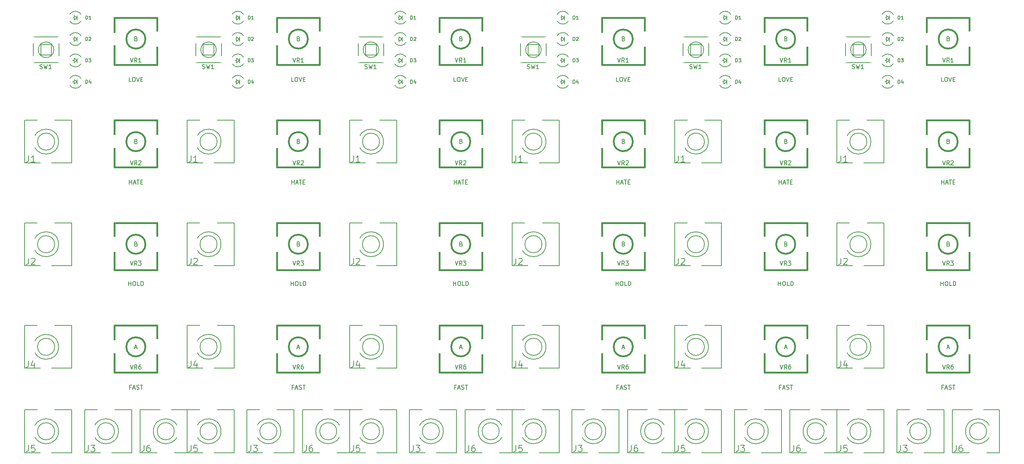
<source format=gto>
G04 #@! TF.FileFunction,Legend,Top*
%FSLAX46Y46*%
G04 Gerber Fmt 4.6, Leading zero omitted, Abs format (unit mm)*
G04 Created by KiCad (PCBNEW 4.0.2-stable) date 2019-06-26 1:43:45 PM*
%MOMM*%
G01*
G04 APERTURE LIST*
%ADD10C,0.200000*%
%ADD11C,0.150000*%
%ADD12C,0.381000*%
%ADD13R,1.800000X1.800000*%
%ADD14O,1.800000X1.800000*%
%ADD15R,2.600000X3.600000*%
%ADD16R,2.600000X2.850000*%
%ADD17C,1.850000*%
%ADD18C,3.275000*%
%ADD19O,4.100000X2.600000*%
%ADD20O,2.600000X2.100000*%
%ADD21O,1.600000X3.600000*%
%ADD22R,2.600000X3.100000*%
%ADD23R,1.300000X1.500000*%
%ADD24C,1.500000*%
%ADD25R,1.500000X1.500000*%
%ADD26O,2.300000X1.500000*%
%ADD27O,2.350000X1.500000*%
%ADD28C,2.100000*%
G04 APERTURE END LIST*
D10*
D11*
X208904762Y-63202381D02*
X208428571Y-63202381D01*
X208428571Y-62202381D01*
X209428571Y-62202381D02*
X209619048Y-62202381D01*
X209714286Y-62250000D01*
X209809524Y-62345238D01*
X209857143Y-62535714D01*
X209857143Y-62869048D01*
X209809524Y-63059524D01*
X209714286Y-63154762D01*
X209619048Y-63202381D01*
X209428571Y-63202381D01*
X209333333Y-63154762D01*
X209238095Y-63059524D01*
X209190476Y-62869048D01*
X209190476Y-62535714D01*
X209238095Y-62345238D01*
X209333333Y-62250000D01*
X209428571Y-62202381D01*
X210142857Y-62202381D02*
X210476190Y-63202381D01*
X210809524Y-62202381D01*
X211142857Y-62678571D02*
X211476191Y-62678571D01*
X211619048Y-63202381D02*
X211142857Y-63202381D01*
X211142857Y-62202381D01*
X211619048Y-62202381D01*
X210071429Y-53178571D02*
X210214286Y-53226190D01*
X210261905Y-53273810D01*
X210309524Y-53369048D01*
X210309524Y-53511905D01*
X210261905Y-53607143D01*
X210214286Y-53654762D01*
X210119048Y-53702381D01*
X209738095Y-53702381D01*
X209738095Y-52702381D01*
X210071429Y-52702381D01*
X210166667Y-52750000D01*
X210214286Y-52797619D01*
X210261905Y-52892857D01*
X210261905Y-52988095D01*
X210214286Y-53083333D01*
X210166667Y-53130952D01*
X210071429Y-53178571D01*
X209738095Y-53178571D01*
X210071429Y-77178571D02*
X210214286Y-77226190D01*
X210261905Y-77273810D01*
X210309524Y-77369048D01*
X210309524Y-77511905D01*
X210261905Y-77607143D01*
X210214286Y-77654762D01*
X210119048Y-77702381D01*
X209738095Y-77702381D01*
X209738095Y-76702381D01*
X210071429Y-76702381D01*
X210166667Y-76750000D01*
X210214286Y-76797619D01*
X210261905Y-76892857D01*
X210261905Y-76988095D01*
X210214286Y-77083333D01*
X210166667Y-77130952D01*
X210071429Y-77178571D01*
X209738095Y-77178571D01*
X208452381Y-87202381D02*
X208452381Y-86202381D01*
X208452381Y-86678571D02*
X209023810Y-86678571D01*
X209023810Y-87202381D02*
X209023810Y-86202381D01*
X209452381Y-86916667D02*
X209928572Y-86916667D01*
X209357143Y-87202381D02*
X209690476Y-86202381D01*
X210023810Y-87202381D01*
X210214286Y-86202381D02*
X210785715Y-86202381D01*
X210500000Y-87202381D02*
X210500000Y-86202381D01*
X211119048Y-86678571D02*
X211452382Y-86678571D01*
X211595239Y-87202381D02*
X211119048Y-87202381D01*
X211119048Y-86202381D01*
X211595239Y-86202381D01*
X210071429Y-101178571D02*
X210214286Y-101226190D01*
X210261905Y-101273810D01*
X210309524Y-101369048D01*
X210309524Y-101511905D01*
X210261905Y-101607143D01*
X210214286Y-101654762D01*
X210119048Y-101702381D01*
X209738095Y-101702381D01*
X209738095Y-100702381D01*
X210071429Y-100702381D01*
X210166667Y-100750000D01*
X210214286Y-100797619D01*
X210261905Y-100892857D01*
X210261905Y-100988095D01*
X210214286Y-101083333D01*
X210166667Y-101130952D01*
X210071429Y-101178571D01*
X209738095Y-101178571D01*
X208857143Y-134678571D02*
X208523809Y-134678571D01*
X208523809Y-135202381D02*
X208523809Y-134202381D01*
X209000000Y-134202381D01*
X209333333Y-134916667D02*
X209809524Y-134916667D01*
X209238095Y-135202381D02*
X209571428Y-134202381D01*
X209904762Y-135202381D01*
X210190476Y-135154762D02*
X210333333Y-135202381D01*
X210571429Y-135202381D01*
X210666667Y-135154762D01*
X210714286Y-135107143D01*
X210761905Y-135011905D01*
X210761905Y-134916667D01*
X210714286Y-134821429D01*
X210666667Y-134773810D01*
X210571429Y-134726190D01*
X210380952Y-134678571D01*
X210285714Y-134630952D01*
X210238095Y-134583333D01*
X210190476Y-134488095D01*
X210190476Y-134392857D01*
X210238095Y-134297619D01*
X210285714Y-134250000D01*
X210380952Y-134202381D01*
X210619048Y-134202381D01*
X210761905Y-134250000D01*
X211047619Y-134202381D02*
X211619048Y-134202381D01*
X211333333Y-135202381D02*
X211333333Y-134202381D01*
X209761905Y-125416667D02*
X210238096Y-125416667D01*
X209666667Y-125702381D02*
X210000000Y-124702381D01*
X210333334Y-125702381D01*
X208285714Y-110952381D02*
X208285714Y-109952381D01*
X208285714Y-110428571D02*
X208857143Y-110428571D01*
X208857143Y-110952381D02*
X208857143Y-109952381D01*
X209523809Y-109952381D02*
X209714286Y-109952381D01*
X209809524Y-110000000D01*
X209904762Y-110095238D01*
X209952381Y-110285714D01*
X209952381Y-110619048D01*
X209904762Y-110809524D01*
X209809524Y-110904762D01*
X209714286Y-110952381D01*
X209523809Y-110952381D01*
X209428571Y-110904762D01*
X209333333Y-110809524D01*
X209285714Y-110619048D01*
X209285714Y-110285714D01*
X209333333Y-110095238D01*
X209428571Y-110000000D01*
X209523809Y-109952381D01*
X210857143Y-110952381D02*
X210380952Y-110952381D01*
X210380952Y-109952381D01*
X211190476Y-110952381D02*
X211190476Y-109952381D01*
X211428571Y-109952381D01*
X211571429Y-110000000D01*
X211666667Y-110095238D01*
X211714286Y-110190476D01*
X211761905Y-110380952D01*
X211761905Y-110523810D01*
X211714286Y-110714286D01*
X211666667Y-110809524D01*
X211571429Y-110904762D01*
X211428571Y-110952381D01*
X211190476Y-110952381D01*
X246904762Y-63202381D02*
X246428571Y-63202381D01*
X246428571Y-62202381D01*
X247428571Y-62202381D02*
X247619048Y-62202381D01*
X247714286Y-62250000D01*
X247809524Y-62345238D01*
X247857143Y-62535714D01*
X247857143Y-62869048D01*
X247809524Y-63059524D01*
X247714286Y-63154762D01*
X247619048Y-63202381D01*
X247428571Y-63202381D01*
X247333333Y-63154762D01*
X247238095Y-63059524D01*
X247190476Y-62869048D01*
X247190476Y-62535714D01*
X247238095Y-62345238D01*
X247333333Y-62250000D01*
X247428571Y-62202381D01*
X248142857Y-62202381D02*
X248476190Y-63202381D01*
X248809524Y-62202381D01*
X249142857Y-62678571D02*
X249476191Y-62678571D01*
X249619048Y-63202381D02*
X249142857Y-63202381D01*
X249142857Y-62202381D01*
X249619048Y-62202381D01*
X248071429Y-77178571D02*
X248214286Y-77226190D01*
X248261905Y-77273810D01*
X248309524Y-77369048D01*
X248309524Y-77511905D01*
X248261905Y-77607143D01*
X248214286Y-77654762D01*
X248119048Y-77702381D01*
X247738095Y-77702381D01*
X247738095Y-76702381D01*
X248071429Y-76702381D01*
X248166667Y-76750000D01*
X248214286Y-76797619D01*
X248261905Y-76892857D01*
X248261905Y-76988095D01*
X248214286Y-77083333D01*
X248166667Y-77130952D01*
X248071429Y-77178571D01*
X247738095Y-77178571D01*
X248071429Y-53178571D02*
X248214286Y-53226190D01*
X248261905Y-53273810D01*
X248309524Y-53369048D01*
X248309524Y-53511905D01*
X248261905Y-53607143D01*
X248214286Y-53654762D01*
X248119048Y-53702381D01*
X247738095Y-53702381D01*
X247738095Y-52702381D01*
X248071429Y-52702381D01*
X248166667Y-52750000D01*
X248214286Y-52797619D01*
X248261905Y-52892857D01*
X248261905Y-52988095D01*
X248214286Y-53083333D01*
X248166667Y-53130952D01*
X248071429Y-53178571D01*
X247738095Y-53178571D01*
X246857143Y-134678571D02*
X246523809Y-134678571D01*
X246523809Y-135202381D02*
X246523809Y-134202381D01*
X247000000Y-134202381D01*
X247333333Y-134916667D02*
X247809524Y-134916667D01*
X247238095Y-135202381D02*
X247571428Y-134202381D01*
X247904762Y-135202381D01*
X248190476Y-135154762D02*
X248333333Y-135202381D01*
X248571429Y-135202381D01*
X248666667Y-135154762D01*
X248714286Y-135107143D01*
X248761905Y-135011905D01*
X248761905Y-134916667D01*
X248714286Y-134821429D01*
X248666667Y-134773810D01*
X248571429Y-134726190D01*
X248380952Y-134678571D01*
X248285714Y-134630952D01*
X248238095Y-134583333D01*
X248190476Y-134488095D01*
X248190476Y-134392857D01*
X248238095Y-134297619D01*
X248285714Y-134250000D01*
X248380952Y-134202381D01*
X248619048Y-134202381D01*
X248761905Y-134250000D01*
X249047619Y-134202381D02*
X249619048Y-134202381D01*
X249333333Y-135202381D02*
X249333333Y-134202381D01*
X248071429Y-101178571D02*
X248214286Y-101226190D01*
X248261905Y-101273810D01*
X248309524Y-101369048D01*
X248309524Y-101511905D01*
X248261905Y-101607143D01*
X248214286Y-101654762D01*
X248119048Y-101702381D01*
X247738095Y-101702381D01*
X247738095Y-100702381D01*
X248071429Y-100702381D01*
X248166667Y-100750000D01*
X248214286Y-100797619D01*
X248261905Y-100892857D01*
X248261905Y-100988095D01*
X248214286Y-101083333D01*
X248166667Y-101130952D01*
X248071429Y-101178571D01*
X247738095Y-101178571D01*
X246452381Y-87202381D02*
X246452381Y-86202381D01*
X246452381Y-86678571D02*
X247023810Y-86678571D01*
X247023810Y-87202381D02*
X247023810Y-86202381D01*
X247452381Y-86916667D02*
X247928572Y-86916667D01*
X247357143Y-87202381D02*
X247690476Y-86202381D01*
X248023810Y-87202381D01*
X248214286Y-86202381D02*
X248785715Y-86202381D01*
X248500000Y-87202381D02*
X248500000Y-86202381D01*
X249119048Y-86678571D02*
X249452382Y-86678571D01*
X249595239Y-87202381D02*
X249119048Y-87202381D01*
X249119048Y-86202381D01*
X249595239Y-86202381D01*
X246285714Y-110952381D02*
X246285714Y-109952381D01*
X246285714Y-110428571D02*
X246857143Y-110428571D01*
X246857143Y-110952381D02*
X246857143Y-109952381D01*
X247523809Y-109952381D02*
X247714286Y-109952381D01*
X247809524Y-110000000D01*
X247904762Y-110095238D01*
X247952381Y-110285714D01*
X247952381Y-110619048D01*
X247904762Y-110809524D01*
X247809524Y-110904762D01*
X247714286Y-110952381D01*
X247523809Y-110952381D01*
X247428571Y-110904762D01*
X247333333Y-110809524D01*
X247285714Y-110619048D01*
X247285714Y-110285714D01*
X247333333Y-110095238D01*
X247428571Y-110000000D01*
X247523809Y-109952381D01*
X248857143Y-110952381D02*
X248380952Y-110952381D01*
X248380952Y-109952381D01*
X249190476Y-110952381D02*
X249190476Y-109952381D01*
X249428571Y-109952381D01*
X249571429Y-110000000D01*
X249666667Y-110095238D01*
X249714286Y-110190476D01*
X249761905Y-110380952D01*
X249761905Y-110523810D01*
X249714286Y-110714286D01*
X249666667Y-110809524D01*
X249571429Y-110904762D01*
X249428571Y-110952381D01*
X249190476Y-110952381D01*
X247761905Y-125416667D02*
X248238096Y-125416667D01*
X247666667Y-125702381D02*
X248000000Y-124702381D01*
X248333334Y-125702381D01*
X132904762Y-63202381D02*
X132428571Y-63202381D01*
X132428571Y-62202381D01*
X133428571Y-62202381D02*
X133619048Y-62202381D01*
X133714286Y-62250000D01*
X133809524Y-62345238D01*
X133857143Y-62535714D01*
X133857143Y-62869048D01*
X133809524Y-63059524D01*
X133714286Y-63154762D01*
X133619048Y-63202381D01*
X133428571Y-63202381D01*
X133333333Y-63154762D01*
X133238095Y-63059524D01*
X133190476Y-62869048D01*
X133190476Y-62535714D01*
X133238095Y-62345238D01*
X133333333Y-62250000D01*
X133428571Y-62202381D01*
X134142857Y-62202381D02*
X134476190Y-63202381D01*
X134809524Y-62202381D01*
X135142857Y-62678571D02*
X135476191Y-62678571D01*
X135619048Y-63202381D02*
X135142857Y-63202381D01*
X135142857Y-62202381D01*
X135619048Y-62202381D01*
X134071429Y-53178571D02*
X134214286Y-53226190D01*
X134261905Y-53273810D01*
X134309524Y-53369048D01*
X134309524Y-53511905D01*
X134261905Y-53607143D01*
X134214286Y-53654762D01*
X134119048Y-53702381D01*
X133738095Y-53702381D01*
X133738095Y-52702381D01*
X134071429Y-52702381D01*
X134166667Y-52750000D01*
X134214286Y-52797619D01*
X134261905Y-52892857D01*
X134261905Y-52988095D01*
X134214286Y-53083333D01*
X134166667Y-53130952D01*
X134071429Y-53178571D01*
X133738095Y-53178571D01*
X134071429Y-77178571D02*
X134214286Y-77226190D01*
X134261905Y-77273810D01*
X134309524Y-77369048D01*
X134309524Y-77511905D01*
X134261905Y-77607143D01*
X134214286Y-77654762D01*
X134119048Y-77702381D01*
X133738095Y-77702381D01*
X133738095Y-76702381D01*
X134071429Y-76702381D01*
X134166667Y-76750000D01*
X134214286Y-76797619D01*
X134261905Y-76892857D01*
X134261905Y-76988095D01*
X134214286Y-77083333D01*
X134166667Y-77130952D01*
X134071429Y-77178571D01*
X133738095Y-77178571D01*
X132452381Y-87202381D02*
X132452381Y-86202381D01*
X132452381Y-86678571D02*
X133023810Y-86678571D01*
X133023810Y-87202381D02*
X133023810Y-86202381D01*
X133452381Y-86916667D02*
X133928572Y-86916667D01*
X133357143Y-87202381D02*
X133690476Y-86202381D01*
X134023810Y-87202381D01*
X134214286Y-86202381D02*
X134785715Y-86202381D01*
X134500000Y-87202381D02*
X134500000Y-86202381D01*
X135119048Y-86678571D02*
X135452382Y-86678571D01*
X135595239Y-87202381D02*
X135119048Y-87202381D01*
X135119048Y-86202381D01*
X135595239Y-86202381D01*
X134071429Y-101178571D02*
X134214286Y-101226190D01*
X134261905Y-101273810D01*
X134309524Y-101369048D01*
X134309524Y-101511905D01*
X134261905Y-101607143D01*
X134214286Y-101654762D01*
X134119048Y-101702381D01*
X133738095Y-101702381D01*
X133738095Y-100702381D01*
X134071429Y-100702381D01*
X134166667Y-100750000D01*
X134214286Y-100797619D01*
X134261905Y-100892857D01*
X134261905Y-100988095D01*
X134214286Y-101083333D01*
X134166667Y-101130952D01*
X134071429Y-101178571D01*
X133738095Y-101178571D01*
X132857143Y-134678571D02*
X132523809Y-134678571D01*
X132523809Y-135202381D02*
X132523809Y-134202381D01*
X133000000Y-134202381D01*
X133333333Y-134916667D02*
X133809524Y-134916667D01*
X133238095Y-135202381D02*
X133571428Y-134202381D01*
X133904762Y-135202381D01*
X134190476Y-135154762D02*
X134333333Y-135202381D01*
X134571429Y-135202381D01*
X134666667Y-135154762D01*
X134714286Y-135107143D01*
X134761905Y-135011905D01*
X134761905Y-134916667D01*
X134714286Y-134821429D01*
X134666667Y-134773810D01*
X134571429Y-134726190D01*
X134380952Y-134678571D01*
X134285714Y-134630952D01*
X134238095Y-134583333D01*
X134190476Y-134488095D01*
X134190476Y-134392857D01*
X134238095Y-134297619D01*
X134285714Y-134250000D01*
X134380952Y-134202381D01*
X134619048Y-134202381D01*
X134761905Y-134250000D01*
X135047619Y-134202381D02*
X135619048Y-134202381D01*
X135333333Y-135202381D02*
X135333333Y-134202381D01*
X133761905Y-125416667D02*
X134238096Y-125416667D01*
X133666667Y-125702381D02*
X134000000Y-124702381D01*
X134333334Y-125702381D01*
X132285714Y-110952381D02*
X132285714Y-109952381D01*
X132285714Y-110428571D02*
X132857143Y-110428571D01*
X132857143Y-110952381D02*
X132857143Y-109952381D01*
X133523809Y-109952381D02*
X133714286Y-109952381D01*
X133809524Y-110000000D01*
X133904762Y-110095238D01*
X133952381Y-110285714D01*
X133952381Y-110619048D01*
X133904762Y-110809524D01*
X133809524Y-110904762D01*
X133714286Y-110952381D01*
X133523809Y-110952381D01*
X133428571Y-110904762D01*
X133333333Y-110809524D01*
X133285714Y-110619048D01*
X133285714Y-110285714D01*
X133333333Y-110095238D01*
X133428571Y-110000000D01*
X133523809Y-109952381D01*
X134857143Y-110952381D02*
X134380952Y-110952381D01*
X134380952Y-109952381D01*
X135190476Y-110952381D02*
X135190476Y-109952381D01*
X135428571Y-109952381D01*
X135571429Y-110000000D01*
X135666667Y-110095238D01*
X135714286Y-110190476D01*
X135761905Y-110380952D01*
X135761905Y-110523810D01*
X135714286Y-110714286D01*
X135666667Y-110809524D01*
X135571429Y-110904762D01*
X135428571Y-110952381D01*
X135190476Y-110952381D01*
X170904762Y-63202381D02*
X170428571Y-63202381D01*
X170428571Y-62202381D01*
X171428571Y-62202381D02*
X171619048Y-62202381D01*
X171714286Y-62250000D01*
X171809524Y-62345238D01*
X171857143Y-62535714D01*
X171857143Y-62869048D01*
X171809524Y-63059524D01*
X171714286Y-63154762D01*
X171619048Y-63202381D01*
X171428571Y-63202381D01*
X171333333Y-63154762D01*
X171238095Y-63059524D01*
X171190476Y-62869048D01*
X171190476Y-62535714D01*
X171238095Y-62345238D01*
X171333333Y-62250000D01*
X171428571Y-62202381D01*
X172142857Y-62202381D02*
X172476190Y-63202381D01*
X172809524Y-62202381D01*
X173142857Y-62678571D02*
X173476191Y-62678571D01*
X173619048Y-63202381D02*
X173142857Y-63202381D01*
X173142857Y-62202381D01*
X173619048Y-62202381D01*
X172071429Y-77178571D02*
X172214286Y-77226190D01*
X172261905Y-77273810D01*
X172309524Y-77369048D01*
X172309524Y-77511905D01*
X172261905Y-77607143D01*
X172214286Y-77654762D01*
X172119048Y-77702381D01*
X171738095Y-77702381D01*
X171738095Y-76702381D01*
X172071429Y-76702381D01*
X172166667Y-76750000D01*
X172214286Y-76797619D01*
X172261905Y-76892857D01*
X172261905Y-76988095D01*
X172214286Y-77083333D01*
X172166667Y-77130952D01*
X172071429Y-77178571D01*
X171738095Y-77178571D01*
X172071429Y-53178571D02*
X172214286Y-53226190D01*
X172261905Y-53273810D01*
X172309524Y-53369048D01*
X172309524Y-53511905D01*
X172261905Y-53607143D01*
X172214286Y-53654762D01*
X172119048Y-53702381D01*
X171738095Y-53702381D01*
X171738095Y-52702381D01*
X172071429Y-52702381D01*
X172166667Y-52750000D01*
X172214286Y-52797619D01*
X172261905Y-52892857D01*
X172261905Y-52988095D01*
X172214286Y-53083333D01*
X172166667Y-53130952D01*
X172071429Y-53178571D01*
X171738095Y-53178571D01*
X170857143Y-134678571D02*
X170523809Y-134678571D01*
X170523809Y-135202381D02*
X170523809Y-134202381D01*
X171000000Y-134202381D01*
X171333333Y-134916667D02*
X171809524Y-134916667D01*
X171238095Y-135202381D02*
X171571428Y-134202381D01*
X171904762Y-135202381D01*
X172190476Y-135154762D02*
X172333333Y-135202381D01*
X172571429Y-135202381D01*
X172666667Y-135154762D01*
X172714286Y-135107143D01*
X172761905Y-135011905D01*
X172761905Y-134916667D01*
X172714286Y-134821429D01*
X172666667Y-134773810D01*
X172571429Y-134726190D01*
X172380952Y-134678571D01*
X172285714Y-134630952D01*
X172238095Y-134583333D01*
X172190476Y-134488095D01*
X172190476Y-134392857D01*
X172238095Y-134297619D01*
X172285714Y-134250000D01*
X172380952Y-134202381D01*
X172619048Y-134202381D01*
X172761905Y-134250000D01*
X173047619Y-134202381D02*
X173619048Y-134202381D01*
X173333333Y-135202381D02*
X173333333Y-134202381D01*
X172071429Y-101178571D02*
X172214286Y-101226190D01*
X172261905Y-101273810D01*
X172309524Y-101369048D01*
X172309524Y-101511905D01*
X172261905Y-101607143D01*
X172214286Y-101654762D01*
X172119048Y-101702381D01*
X171738095Y-101702381D01*
X171738095Y-100702381D01*
X172071429Y-100702381D01*
X172166667Y-100750000D01*
X172214286Y-100797619D01*
X172261905Y-100892857D01*
X172261905Y-100988095D01*
X172214286Y-101083333D01*
X172166667Y-101130952D01*
X172071429Y-101178571D01*
X171738095Y-101178571D01*
X170452381Y-87202381D02*
X170452381Y-86202381D01*
X170452381Y-86678571D02*
X171023810Y-86678571D01*
X171023810Y-87202381D02*
X171023810Y-86202381D01*
X171452381Y-86916667D02*
X171928572Y-86916667D01*
X171357143Y-87202381D02*
X171690476Y-86202381D01*
X172023810Y-87202381D01*
X172214286Y-86202381D02*
X172785715Y-86202381D01*
X172500000Y-87202381D02*
X172500000Y-86202381D01*
X173119048Y-86678571D02*
X173452382Y-86678571D01*
X173595239Y-87202381D02*
X173119048Y-87202381D01*
X173119048Y-86202381D01*
X173595239Y-86202381D01*
X170285714Y-110952381D02*
X170285714Y-109952381D01*
X170285714Y-110428571D02*
X170857143Y-110428571D01*
X170857143Y-110952381D02*
X170857143Y-109952381D01*
X171523809Y-109952381D02*
X171714286Y-109952381D01*
X171809524Y-110000000D01*
X171904762Y-110095238D01*
X171952381Y-110285714D01*
X171952381Y-110619048D01*
X171904762Y-110809524D01*
X171809524Y-110904762D01*
X171714286Y-110952381D01*
X171523809Y-110952381D01*
X171428571Y-110904762D01*
X171333333Y-110809524D01*
X171285714Y-110619048D01*
X171285714Y-110285714D01*
X171333333Y-110095238D01*
X171428571Y-110000000D01*
X171523809Y-109952381D01*
X172857143Y-110952381D02*
X172380952Y-110952381D01*
X172380952Y-109952381D01*
X173190476Y-110952381D02*
X173190476Y-109952381D01*
X173428571Y-109952381D01*
X173571429Y-110000000D01*
X173666667Y-110095238D01*
X173714286Y-110190476D01*
X173761905Y-110380952D01*
X173761905Y-110523810D01*
X173714286Y-110714286D01*
X173666667Y-110809524D01*
X173571429Y-110904762D01*
X173428571Y-110952381D01*
X173190476Y-110952381D01*
X171761905Y-125416667D02*
X172238096Y-125416667D01*
X171666667Y-125702381D02*
X172000000Y-124702381D01*
X172333334Y-125702381D01*
X96071429Y-53178571D02*
X96214286Y-53226190D01*
X96261905Y-53273810D01*
X96309524Y-53369048D01*
X96309524Y-53511905D01*
X96261905Y-53607143D01*
X96214286Y-53654762D01*
X96119048Y-53702381D01*
X95738095Y-53702381D01*
X95738095Y-52702381D01*
X96071429Y-52702381D01*
X96166667Y-52750000D01*
X96214286Y-52797619D01*
X96261905Y-52892857D01*
X96261905Y-52988095D01*
X96214286Y-53083333D01*
X96166667Y-53130952D01*
X96071429Y-53178571D01*
X95738095Y-53178571D01*
X94904762Y-63202381D02*
X94428571Y-63202381D01*
X94428571Y-62202381D01*
X95428571Y-62202381D02*
X95619048Y-62202381D01*
X95714286Y-62250000D01*
X95809524Y-62345238D01*
X95857143Y-62535714D01*
X95857143Y-62869048D01*
X95809524Y-63059524D01*
X95714286Y-63154762D01*
X95619048Y-63202381D01*
X95428571Y-63202381D01*
X95333333Y-63154762D01*
X95238095Y-63059524D01*
X95190476Y-62869048D01*
X95190476Y-62535714D01*
X95238095Y-62345238D01*
X95333333Y-62250000D01*
X95428571Y-62202381D01*
X96142857Y-62202381D02*
X96476190Y-63202381D01*
X96809524Y-62202381D01*
X97142857Y-62678571D02*
X97476191Y-62678571D01*
X97619048Y-63202381D02*
X97142857Y-63202381D01*
X97142857Y-62202381D01*
X97619048Y-62202381D01*
X95761905Y-125416667D02*
X96238096Y-125416667D01*
X95666667Y-125702381D02*
X96000000Y-124702381D01*
X96333334Y-125702381D01*
X94857143Y-134678571D02*
X94523809Y-134678571D01*
X94523809Y-135202381D02*
X94523809Y-134202381D01*
X95000000Y-134202381D01*
X95333333Y-134916667D02*
X95809524Y-134916667D01*
X95238095Y-135202381D02*
X95571428Y-134202381D01*
X95904762Y-135202381D01*
X96190476Y-135154762D02*
X96333333Y-135202381D01*
X96571429Y-135202381D01*
X96666667Y-135154762D01*
X96714286Y-135107143D01*
X96761905Y-135011905D01*
X96761905Y-134916667D01*
X96714286Y-134821429D01*
X96666667Y-134773810D01*
X96571429Y-134726190D01*
X96380952Y-134678571D01*
X96285714Y-134630952D01*
X96238095Y-134583333D01*
X96190476Y-134488095D01*
X96190476Y-134392857D01*
X96238095Y-134297619D01*
X96285714Y-134250000D01*
X96380952Y-134202381D01*
X96619048Y-134202381D01*
X96761905Y-134250000D01*
X97047619Y-134202381D02*
X97619048Y-134202381D01*
X97333333Y-135202381D02*
X97333333Y-134202381D01*
X94285714Y-110952381D02*
X94285714Y-109952381D01*
X94285714Y-110428571D02*
X94857143Y-110428571D01*
X94857143Y-110952381D02*
X94857143Y-109952381D01*
X95523809Y-109952381D02*
X95714286Y-109952381D01*
X95809524Y-110000000D01*
X95904762Y-110095238D01*
X95952381Y-110285714D01*
X95952381Y-110619048D01*
X95904762Y-110809524D01*
X95809524Y-110904762D01*
X95714286Y-110952381D01*
X95523809Y-110952381D01*
X95428571Y-110904762D01*
X95333333Y-110809524D01*
X95285714Y-110619048D01*
X95285714Y-110285714D01*
X95333333Y-110095238D01*
X95428571Y-110000000D01*
X95523809Y-109952381D01*
X96857143Y-110952381D02*
X96380952Y-110952381D01*
X96380952Y-109952381D01*
X97190476Y-110952381D02*
X97190476Y-109952381D01*
X97428571Y-109952381D01*
X97571429Y-110000000D01*
X97666667Y-110095238D01*
X97714286Y-110190476D01*
X97761905Y-110380952D01*
X97761905Y-110523810D01*
X97714286Y-110714286D01*
X97666667Y-110809524D01*
X97571429Y-110904762D01*
X97428571Y-110952381D01*
X97190476Y-110952381D01*
X96071429Y-77178571D02*
X96214286Y-77226190D01*
X96261905Y-77273810D01*
X96309524Y-77369048D01*
X96309524Y-77511905D01*
X96261905Y-77607143D01*
X96214286Y-77654762D01*
X96119048Y-77702381D01*
X95738095Y-77702381D01*
X95738095Y-76702381D01*
X96071429Y-76702381D01*
X96166667Y-76750000D01*
X96214286Y-76797619D01*
X96261905Y-76892857D01*
X96261905Y-76988095D01*
X96214286Y-77083333D01*
X96166667Y-77130952D01*
X96071429Y-77178571D01*
X95738095Y-77178571D01*
X94452381Y-87202381D02*
X94452381Y-86202381D01*
X94452381Y-86678571D02*
X95023810Y-86678571D01*
X95023810Y-87202381D02*
X95023810Y-86202381D01*
X95452381Y-86916667D02*
X95928572Y-86916667D01*
X95357143Y-87202381D02*
X95690476Y-86202381D01*
X96023810Y-87202381D01*
X96214286Y-86202381D02*
X96785715Y-86202381D01*
X96500000Y-87202381D02*
X96500000Y-86202381D01*
X97119048Y-86678571D02*
X97452382Y-86678571D01*
X97595239Y-87202381D02*
X97119048Y-87202381D01*
X97119048Y-86202381D01*
X97595239Y-86202381D01*
X96071429Y-101178571D02*
X96214286Y-101226190D01*
X96261905Y-101273810D01*
X96309524Y-101369048D01*
X96309524Y-101511905D01*
X96261905Y-101607143D01*
X96214286Y-101654762D01*
X96119048Y-101702381D01*
X95738095Y-101702381D01*
X95738095Y-100702381D01*
X96071429Y-100702381D01*
X96166667Y-100750000D01*
X96214286Y-100797619D01*
X96261905Y-100892857D01*
X96261905Y-100988095D01*
X96214286Y-101083333D01*
X96166667Y-101130952D01*
X96071429Y-101178571D01*
X95738095Y-101178571D01*
X56857143Y-134678571D02*
X56523809Y-134678571D01*
X56523809Y-135202381D02*
X56523809Y-134202381D01*
X57000000Y-134202381D01*
X57333333Y-134916667D02*
X57809524Y-134916667D01*
X57238095Y-135202381D02*
X57571428Y-134202381D01*
X57904762Y-135202381D01*
X58190476Y-135154762D02*
X58333333Y-135202381D01*
X58571429Y-135202381D01*
X58666667Y-135154762D01*
X58714286Y-135107143D01*
X58761905Y-135011905D01*
X58761905Y-134916667D01*
X58714286Y-134821429D01*
X58666667Y-134773810D01*
X58571429Y-134726190D01*
X58380952Y-134678571D01*
X58285714Y-134630952D01*
X58238095Y-134583333D01*
X58190476Y-134488095D01*
X58190476Y-134392857D01*
X58238095Y-134297619D01*
X58285714Y-134250000D01*
X58380952Y-134202381D01*
X58619048Y-134202381D01*
X58761905Y-134250000D01*
X59047619Y-134202381D02*
X59619048Y-134202381D01*
X59333333Y-135202381D02*
X59333333Y-134202381D01*
X56285714Y-110952381D02*
X56285714Y-109952381D01*
X56285714Y-110428571D02*
X56857143Y-110428571D01*
X56857143Y-110952381D02*
X56857143Y-109952381D01*
X57523809Y-109952381D02*
X57714286Y-109952381D01*
X57809524Y-110000000D01*
X57904762Y-110095238D01*
X57952381Y-110285714D01*
X57952381Y-110619048D01*
X57904762Y-110809524D01*
X57809524Y-110904762D01*
X57714286Y-110952381D01*
X57523809Y-110952381D01*
X57428571Y-110904762D01*
X57333333Y-110809524D01*
X57285714Y-110619048D01*
X57285714Y-110285714D01*
X57333333Y-110095238D01*
X57428571Y-110000000D01*
X57523809Y-109952381D01*
X58857143Y-110952381D02*
X58380952Y-110952381D01*
X58380952Y-109952381D01*
X59190476Y-110952381D02*
X59190476Y-109952381D01*
X59428571Y-109952381D01*
X59571429Y-110000000D01*
X59666667Y-110095238D01*
X59714286Y-110190476D01*
X59761905Y-110380952D01*
X59761905Y-110523810D01*
X59714286Y-110714286D01*
X59666667Y-110809524D01*
X59571429Y-110904762D01*
X59428571Y-110952381D01*
X59190476Y-110952381D01*
X56452381Y-87202381D02*
X56452381Y-86202381D01*
X56452381Y-86678571D02*
X57023810Y-86678571D01*
X57023810Y-87202381D02*
X57023810Y-86202381D01*
X57452381Y-86916667D02*
X57928572Y-86916667D01*
X57357143Y-87202381D02*
X57690476Y-86202381D01*
X58023810Y-87202381D01*
X58214286Y-86202381D02*
X58785715Y-86202381D01*
X58500000Y-87202381D02*
X58500000Y-86202381D01*
X59119048Y-86678571D02*
X59452382Y-86678571D01*
X59595239Y-87202381D02*
X59119048Y-87202381D01*
X59119048Y-86202381D01*
X59595239Y-86202381D01*
X56904762Y-63202381D02*
X56428571Y-63202381D01*
X56428571Y-62202381D01*
X57428571Y-62202381D02*
X57619048Y-62202381D01*
X57714286Y-62250000D01*
X57809524Y-62345238D01*
X57857143Y-62535714D01*
X57857143Y-62869048D01*
X57809524Y-63059524D01*
X57714286Y-63154762D01*
X57619048Y-63202381D01*
X57428571Y-63202381D01*
X57333333Y-63154762D01*
X57238095Y-63059524D01*
X57190476Y-62869048D01*
X57190476Y-62535714D01*
X57238095Y-62345238D01*
X57333333Y-62250000D01*
X57428571Y-62202381D01*
X58142857Y-62202381D02*
X58476190Y-63202381D01*
X58809524Y-62202381D01*
X59142857Y-62678571D02*
X59476191Y-62678571D01*
X59619048Y-63202381D02*
X59142857Y-63202381D01*
X59142857Y-62202381D01*
X59619048Y-62202381D01*
X58071429Y-53178571D02*
X58214286Y-53226190D01*
X58261905Y-53273810D01*
X58309524Y-53369048D01*
X58309524Y-53511905D01*
X58261905Y-53607143D01*
X58214286Y-53654762D01*
X58119048Y-53702381D01*
X57738095Y-53702381D01*
X57738095Y-52702381D01*
X58071429Y-52702381D01*
X58166667Y-52750000D01*
X58214286Y-52797619D01*
X58261905Y-52892857D01*
X58261905Y-52988095D01*
X58214286Y-53083333D01*
X58166667Y-53130952D01*
X58071429Y-53178571D01*
X57738095Y-53178571D01*
X58071429Y-77178571D02*
X58214286Y-77226190D01*
X58261905Y-77273810D01*
X58309524Y-77369048D01*
X58309524Y-77511905D01*
X58261905Y-77607143D01*
X58214286Y-77654762D01*
X58119048Y-77702381D01*
X57738095Y-77702381D01*
X57738095Y-76702381D01*
X58071429Y-76702381D01*
X58166667Y-76750000D01*
X58214286Y-76797619D01*
X58261905Y-76892857D01*
X58261905Y-76988095D01*
X58214286Y-77083333D01*
X58166667Y-77130952D01*
X58071429Y-77178571D01*
X57738095Y-77178571D01*
X58071429Y-101178571D02*
X58214286Y-101226190D01*
X58261905Y-101273810D01*
X58309524Y-101369048D01*
X58309524Y-101511905D01*
X58261905Y-101607143D01*
X58214286Y-101654762D01*
X58119048Y-101702381D01*
X57738095Y-101702381D01*
X57738095Y-100702381D01*
X58071429Y-100702381D01*
X58166667Y-100750000D01*
X58214286Y-100797619D01*
X58261905Y-100892857D01*
X58261905Y-100988095D01*
X58214286Y-101083333D01*
X58166667Y-101130952D01*
X58071429Y-101178571D01*
X57738095Y-101178571D01*
X57761905Y-125416667D02*
X58238096Y-125416667D01*
X57666667Y-125702381D02*
X58000000Y-124702381D01*
X58333334Y-125702381D01*
D12*
X250236068Y-53250000D02*
G75*
G03X250236068Y-53250000I-2236068J0D01*
G01*
X243000000Y-53250000D02*
X243000000Y-48250000D01*
X243000000Y-48250000D02*
X253000000Y-48250000D01*
X253000000Y-48250000D02*
X253000000Y-59250000D01*
X253000000Y-59250000D02*
X243000000Y-59250000D01*
X243000000Y-59250000D02*
X243000000Y-53250000D01*
D11*
X257915476Y-145000000D02*
G75*
G03X257915476Y-145000000I-2915476J0D01*
G01*
X260000000Y-140000000D02*
X260000000Y-150000000D01*
X260000000Y-150000000D02*
X249000000Y-150000000D01*
X249000000Y-150000000D02*
X249000000Y-140000000D01*
X249000000Y-140000000D02*
X260000000Y-140000000D01*
X257000000Y-145000000D02*
G75*
G03X257000000Y-145000000I-2000000J0D01*
G01*
D12*
X250236068Y-125250000D02*
G75*
G03X250236068Y-125250000I-2236068J0D01*
G01*
X243000000Y-125250000D02*
X243000000Y-120250000D01*
X243000000Y-120250000D02*
X253000000Y-120250000D01*
X253000000Y-120250000D02*
X253000000Y-131250000D01*
X253000000Y-131250000D02*
X243000000Y-131250000D01*
X243000000Y-131250000D02*
X243000000Y-125250000D01*
D11*
X243915476Y-145000000D02*
G75*
G03X243915476Y-145000000I-2915476J0D01*
G01*
X236000000Y-150000000D02*
X236000000Y-140000000D01*
X236000000Y-140000000D02*
X247000000Y-140000000D01*
X247000000Y-140000000D02*
X247000000Y-150000000D01*
X247000000Y-150000000D02*
X236000000Y-150000000D01*
X243000000Y-145000000D02*
G75*
G03X243000000Y-145000000I-2000000J0D01*
G01*
D12*
X212236068Y-53250000D02*
G75*
G03X212236068Y-53250000I-2236068J0D01*
G01*
X205000000Y-53250000D02*
X205000000Y-48250000D01*
X205000000Y-48250000D02*
X215000000Y-48250000D01*
X215000000Y-48250000D02*
X215000000Y-59250000D01*
X215000000Y-59250000D02*
X205000000Y-59250000D01*
X205000000Y-59250000D02*
X205000000Y-53250000D01*
D11*
X197150000Y-58250000D02*
X197350000Y-58250000D01*
X194650000Y-58250000D02*
X194350000Y-58250000D01*
X196250000Y-58250000D02*
X197150000Y-58250000D01*
X194650000Y-58250000D02*
X195550000Y-58250000D01*
X196250000Y-57750000D02*
X196250000Y-58750000D01*
X195550000Y-57750000D02*
X195550000Y-58750000D01*
X195550000Y-58750000D02*
X196250000Y-58250000D01*
X196250000Y-58250000D02*
X195550000Y-57750000D01*
X197350000Y-58250000D02*
G75*
G03X197350000Y-58250000I-1500000J0D01*
G01*
X197150000Y-48250000D02*
X197350000Y-48250000D01*
X194650000Y-48250000D02*
X194350000Y-48250000D01*
X196250000Y-48250000D02*
X197150000Y-48250000D01*
X194650000Y-48250000D02*
X195550000Y-48250000D01*
X196250000Y-47750000D02*
X196250000Y-48750000D01*
X195550000Y-47750000D02*
X195550000Y-48750000D01*
X195550000Y-48750000D02*
X196250000Y-48250000D01*
X196250000Y-48250000D02*
X195550000Y-47750000D01*
X197350000Y-48250000D02*
G75*
G03X197350000Y-48250000I-1500000J0D01*
G01*
X197150000Y-53250000D02*
X197350000Y-53250000D01*
X194650000Y-53250000D02*
X194350000Y-53250000D01*
X196250000Y-53250000D02*
X197150000Y-53250000D01*
X194650000Y-53250000D02*
X195550000Y-53250000D01*
X196250000Y-52750000D02*
X196250000Y-53750000D01*
X195550000Y-52750000D02*
X195550000Y-53750000D01*
X195550000Y-53750000D02*
X196250000Y-53250000D01*
X196250000Y-53250000D02*
X195550000Y-52750000D01*
X197350000Y-53250000D02*
G75*
G03X197350000Y-53250000I-1500000J0D01*
G01*
X187750000Y-54500000D02*
X190250000Y-54500000D01*
X190250000Y-54500000D02*
X190250000Y-57000000D01*
X190250000Y-57000000D02*
X187750000Y-57000000D01*
X187750000Y-57000000D02*
X187750000Y-54500000D01*
X190820027Y-55750000D02*
G75*
G03X190820027Y-55750000I-1820027J0D01*
G01*
X186000000Y-52750000D02*
X192000000Y-52750000D01*
X192000000Y-52750000D02*
X192000000Y-58750000D01*
X192000000Y-58750000D02*
X186000000Y-58750000D01*
X186000000Y-58750000D02*
X186000000Y-52750000D01*
X191915476Y-125250000D02*
G75*
G03X191915476Y-125250000I-2915476J0D01*
G01*
X184000000Y-130250000D02*
X184000000Y-120250000D01*
X184000000Y-120250000D02*
X195000000Y-120250000D01*
X195000000Y-120250000D02*
X195000000Y-130250000D01*
X195000000Y-130250000D02*
X184000000Y-130250000D01*
X191000000Y-125250000D02*
G75*
G03X191000000Y-125250000I-2000000J0D01*
G01*
X191915476Y-145000000D02*
G75*
G03X191915476Y-145000000I-2915476J0D01*
G01*
X184000000Y-150000000D02*
X184000000Y-140000000D01*
X184000000Y-140000000D02*
X195000000Y-140000000D01*
X195000000Y-140000000D02*
X195000000Y-150000000D01*
X195000000Y-150000000D02*
X184000000Y-150000000D01*
X191000000Y-145000000D02*
G75*
G03X191000000Y-145000000I-2000000J0D01*
G01*
X205915476Y-145000000D02*
G75*
G03X205915476Y-145000000I-2915476J0D01*
G01*
X198000000Y-150000000D02*
X198000000Y-140000000D01*
X198000000Y-140000000D02*
X209000000Y-140000000D01*
X209000000Y-140000000D02*
X209000000Y-150000000D01*
X209000000Y-150000000D02*
X198000000Y-150000000D01*
X205000000Y-145000000D02*
G75*
G03X205000000Y-145000000I-2000000J0D01*
G01*
X229915476Y-77250000D02*
G75*
G03X229915476Y-77250000I-2915476J0D01*
G01*
X222000000Y-82250000D02*
X222000000Y-72250000D01*
X222000000Y-72250000D02*
X233000000Y-72250000D01*
X233000000Y-72250000D02*
X233000000Y-82250000D01*
X233000000Y-82250000D02*
X222000000Y-82250000D01*
X229000000Y-77250000D02*
G75*
G03X229000000Y-77250000I-2000000J0D01*
G01*
D12*
X250236068Y-101250000D02*
G75*
G03X250236068Y-101250000I-2236068J0D01*
G01*
X243000000Y-101250000D02*
X243000000Y-96250000D01*
X243000000Y-96250000D02*
X253000000Y-96250000D01*
X253000000Y-96250000D02*
X253000000Y-107250000D01*
X253000000Y-107250000D02*
X243000000Y-107250000D01*
X243000000Y-107250000D02*
X243000000Y-101250000D01*
D11*
X235150000Y-63250000D02*
X235350000Y-63250000D01*
X232650000Y-63250000D02*
X232350000Y-63250000D01*
X234250000Y-63250000D02*
X235150000Y-63250000D01*
X232650000Y-63250000D02*
X233550000Y-63250000D01*
X234250000Y-62750000D02*
X234250000Y-63750000D01*
X233550000Y-62750000D02*
X233550000Y-63750000D01*
X233550000Y-63750000D02*
X234250000Y-63250000D01*
X234250000Y-63250000D02*
X233550000Y-62750000D01*
X235350000Y-63250000D02*
G75*
G03X235350000Y-63250000I-1500000J0D01*
G01*
X229915476Y-101250000D02*
G75*
G03X229915476Y-101250000I-2915476J0D01*
G01*
X222000000Y-106250000D02*
X222000000Y-96250000D01*
X222000000Y-96250000D02*
X233000000Y-96250000D01*
X233000000Y-96250000D02*
X233000000Y-106250000D01*
X233000000Y-106250000D02*
X222000000Y-106250000D01*
X229000000Y-101250000D02*
G75*
G03X229000000Y-101250000I-2000000J0D01*
G01*
D12*
X250236068Y-77250000D02*
G75*
G03X250236068Y-77250000I-2236068J0D01*
G01*
X243000000Y-77250000D02*
X243000000Y-72250000D01*
X243000000Y-72250000D02*
X253000000Y-72250000D01*
X253000000Y-72250000D02*
X253000000Y-83250000D01*
X253000000Y-83250000D02*
X243000000Y-83250000D01*
X243000000Y-83250000D02*
X243000000Y-77250000D01*
D11*
X225750000Y-54500000D02*
X228250000Y-54500000D01*
X228250000Y-54500000D02*
X228250000Y-57000000D01*
X228250000Y-57000000D02*
X225750000Y-57000000D01*
X225750000Y-57000000D02*
X225750000Y-54500000D01*
X228820027Y-55750000D02*
G75*
G03X228820027Y-55750000I-1820027J0D01*
G01*
X224000000Y-52750000D02*
X230000000Y-52750000D01*
X230000000Y-52750000D02*
X230000000Y-58750000D01*
X230000000Y-58750000D02*
X224000000Y-58750000D01*
X224000000Y-58750000D02*
X224000000Y-52750000D01*
X235150000Y-48250000D02*
X235350000Y-48250000D01*
X232650000Y-48250000D02*
X232350000Y-48250000D01*
X234250000Y-48250000D02*
X235150000Y-48250000D01*
X232650000Y-48250000D02*
X233550000Y-48250000D01*
X234250000Y-47750000D02*
X234250000Y-48750000D01*
X233550000Y-47750000D02*
X233550000Y-48750000D01*
X233550000Y-48750000D02*
X234250000Y-48250000D01*
X234250000Y-48250000D02*
X233550000Y-47750000D01*
X235350000Y-48250000D02*
G75*
G03X235350000Y-48250000I-1500000J0D01*
G01*
X235150000Y-58250000D02*
X235350000Y-58250000D01*
X232650000Y-58250000D02*
X232350000Y-58250000D01*
X234250000Y-58250000D02*
X235150000Y-58250000D01*
X232650000Y-58250000D02*
X233550000Y-58250000D01*
X234250000Y-57750000D02*
X234250000Y-58750000D01*
X233550000Y-57750000D02*
X233550000Y-58750000D01*
X233550000Y-58750000D02*
X234250000Y-58250000D01*
X234250000Y-58250000D02*
X233550000Y-57750000D01*
X235350000Y-58250000D02*
G75*
G03X235350000Y-58250000I-1500000J0D01*
G01*
X235150000Y-53250000D02*
X235350000Y-53250000D01*
X232650000Y-53250000D02*
X232350000Y-53250000D01*
X234250000Y-53250000D02*
X235150000Y-53250000D01*
X232650000Y-53250000D02*
X233550000Y-53250000D01*
X234250000Y-52750000D02*
X234250000Y-53750000D01*
X233550000Y-52750000D02*
X233550000Y-53750000D01*
X233550000Y-53750000D02*
X234250000Y-53250000D01*
X234250000Y-53250000D02*
X233550000Y-52750000D01*
X235350000Y-53250000D02*
G75*
G03X235350000Y-53250000I-1500000J0D01*
G01*
X229915476Y-145000000D02*
G75*
G03X229915476Y-145000000I-2915476J0D01*
G01*
X222000000Y-150000000D02*
X222000000Y-140000000D01*
X222000000Y-140000000D02*
X233000000Y-140000000D01*
X233000000Y-140000000D02*
X233000000Y-150000000D01*
X233000000Y-150000000D02*
X222000000Y-150000000D01*
X229000000Y-145000000D02*
G75*
G03X229000000Y-145000000I-2000000J0D01*
G01*
D12*
X212236068Y-125250000D02*
G75*
G03X212236068Y-125250000I-2236068J0D01*
G01*
X205000000Y-125250000D02*
X205000000Y-120250000D01*
X205000000Y-120250000D02*
X215000000Y-120250000D01*
X215000000Y-120250000D02*
X215000000Y-131250000D01*
X215000000Y-131250000D02*
X205000000Y-131250000D01*
X205000000Y-131250000D02*
X205000000Y-125250000D01*
D11*
X219915476Y-145000000D02*
G75*
G03X219915476Y-145000000I-2915476J0D01*
G01*
X222000000Y-140000000D02*
X222000000Y-150000000D01*
X222000000Y-150000000D02*
X211000000Y-150000000D01*
X211000000Y-150000000D02*
X211000000Y-140000000D01*
X211000000Y-140000000D02*
X222000000Y-140000000D01*
X219000000Y-145000000D02*
G75*
G03X219000000Y-145000000I-2000000J0D01*
G01*
X229915476Y-125250000D02*
G75*
G03X229915476Y-125250000I-2915476J0D01*
G01*
X222000000Y-130250000D02*
X222000000Y-120250000D01*
X222000000Y-120250000D02*
X233000000Y-120250000D01*
X233000000Y-120250000D02*
X233000000Y-130250000D01*
X233000000Y-130250000D02*
X222000000Y-130250000D01*
X229000000Y-125250000D02*
G75*
G03X229000000Y-125250000I-2000000J0D01*
G01*
D12*
X212236068Y-77250000D02*
G75*
G03X212236068Y-77250000I-2236068J0D01*
G01*
X205000000Y-77250000D02*
X205000000Y-72250000D01*
X205000000Y-72250000D02*
X215000000Y-72250000D01*
X215000000Y-72250000D02*
X215000000Y-83250000D01*
X215000000Y-83250000D02*
X205000000Y-83250000D01*
X205000000Y-83250000D02*
X205000000Y-77250000D01*
D11*
X191915476Y-101250000D02*
G75*
G03X191915476Y-101250000I-2915476J0D01*
G01*
X184000000Y-106250000D02*
X184000000Y-96250000D01*
X184000000Y-96250000D02*
X195000000Y-96250000D01*
X195000000Y-96250000D02*
X195000000Y-106250000D01*
X195000000Y-106250000D02*
X184000000Y-106250000D01*
X191000000Y-101250000D02*
G75*
G03X191000000Y-101250000I-2000000J0D01*
G01*
D12*
X212236068Y-101250000D02*
G75*
G03X212236068Y-101250000I-2236068J0D01*
G01*
X205000000Y-101250000D02*
X205000000Y-96250000D01*
X205000000Y-96250000D02*
X215000000Y-96250000D01*
X215000000Y-96250000D02*
X215000000Y-107250000D01*
X215000000Y-107250000D02*
X205000000Y-107250000D01*
X205000000Y-107250000D02*
X205000000Y-101250000D01*
D11*
X197150000Y-63250000D02*
X197350000Y-63250000D01*
X194650000Y-63250000D02*
X194350000Y-63250000D01*
X196250000Y-63250000D02*
X197150000Y-63250000D01*
X194650000Y-63250000D02*
X195550000Y-63250000D01*
X196250000Y-62750000D02*
X196250000Y-63750000D01*
X195550000Y-62750000D02*
X195550000Y-63750000D01*
X195550000Y-63750000D02*
X196250000Y-63250000D01*
X196250000Y-63250000D02*
X195550000Y-62750000D01*
X197350000Y-63250000D02*
G75*
G03X197350000Y-63250000I-1500000J0D01*
G01*
X191915476Y-77250000D02*
G75*
G03X191915476Y-77250000I-2915476J0D01*
G01*
X184000000Y-82250000D02*
X184000000Y-72250000D01*
X184000000Y-72250000D02*
X195000000Y-72250000D01*
X195000000Y-72250000D02*
X195000000Y-82250000D01*
X195000000Y-82250000D02*
X184000000Y-82250000D01*
X191000000Y-77250000D02*
G75*
G03X191000000Y-77250000I-2000000J0D01*
G01*
D12*
X174236068Y-53250000D02*
G75*
G03X174236068Y-53250000I-2236068J0D01*
G01*
X167000000Y-53250000D02*
X167000000Y-48250000D01*
X167000000Y-48250000D02*
X177000000Y-48250000D01*
X177000000Y-48250000D02*
X177000000Y-59250000D01*
X177000000Y-59250000D02*
X167000000Y-59250000D01*
X167000000Y-59250000D02*
X167000000Y-53250000D01*
D11*
X181915476Y-145000000D02*
G75*
G03X181915476Y-145000000I-2915476J0D01*
G01*
X184000000Y-140000000D02*
X184000000Y-150000000D01*
X184000000Y-150000000D02*
X173000000Y-150000000D01*
X173000000Y-150000000D02*
X173000000Y-140000000D01*
X173000000Y-140000000D02*
X184000000Y-140000000D01*
X181000000Y-145000000D02*
G75*
G03X181000000Y-145000000I-2000000J0D01*
G01*
D12*
X174236068Y-125250000D02*
G75*
G03X174236068Y-125250000I-2236068J0D01*
G01*
X167000000Y-125250000D02*
X167000000Y-120250000D01*
X167000000Y-120250000D02*
X177000000Y-120250000D01*
X177000000Y-120250000D02*
X177000000Y-131250000D01*
X177000000Y-131250000D02*
X167000000Y-131250000D01*
X167000000Y-131250000D02*
X167000000Y-125250000D01*
D11*
X167915476Y-145000000D02*
G75*
G03X167915476Y-145000000I-2915476J0D01*
G01*
X160000000Y-150000000D02*
X160000000Y-140000000D01*
X160000000Y-140000000D02*
X171000000Y-140000000D01*
X171000000Y-140000000D02*
X171000000Y-150000000D01*
X171000000Y-150000000D02*
X160000000Y-150000000D01*
X167000000Y-145000000D02*
G75*
G03X167000000Y-145000000I-2000000J0D01*
G01*
D12*
X136236068Y-53250000D02*
G75*
G03X136236068Y-53250000I-2236068J0D01*
G01*
X129000000Y-53250000D02*
X129000000Y-48250000D01*
X129000000Y-48250000D02*
X139000000Y-48250000D01*
X139000000Y-48250000D02*
X139000000Y-59250000D01*
X139000000Y-59250000D02*
X129000000Y-59250000D01*
X129000000Y-59250000D02*
X129000000Y-53250000D01*
D11*
X121150000Y-58250000D02*
X121350000Y-58250000D01*
X118650000Y-58250000D02*
X118350000Y-58250000D01*
X120250000Y-58250000D02*
X121150000Y-58250000D01*
X118650000Y-58250000D02*
X119550000Y-58250000D01*
X120250000Y-57750000D02*
X120250000Y-58750000D01*
X119550000Y-57750000D02*
X119550000Y-58750000D01*
X119550000Y-58750000D02*
X120250000Y-58250000D01*
X120250000Y-58250000D02*
X119550000Y-57750000D01*
X121350000Y-58250000D02*
G75*
G03X121350000Y-58250000I-1500000J0D01*
G01*
X121150000Y-48250000D02*
X121350000Y-48250000D01*
X118650000Y-48250000D02*
X118350000Y-48250000D01*
X120250000Y-48250000D02*
X121150000Y-48250000D01*
X118650000Y-48250000D02*
X119550000Y-48250000D01*
X120250000Y-47750000D02*
X120250000Y-48750000D01*
X119550000Y-47750000D02*
X119550000Y-48750000D01*
X119550000Y-48750000D02*
X120250000Y-48250000D01*
X120250000Y-48250000D02*
X119550000Y-47750000D01*
X121350000Y-48250000D02*
G75*
G03X121350000Y-48250000I-1500000J0D01*
G01*
X121150000Y-53250000D02*
X121350000Y-53250000D01*
X118650000Y-53250000D02*
X118350000Y-53250000D01*
X120250000Y-53250000D02*
X121150000Y-53250000D01*
X118650000Y-53250000D02*
X119550000Y-53250000D01*
X120250000Y-52750000D02*
X120250000Y-53750000D01*
X119550000Y-52750000D02*
X119550000Y-53750000D01*
X119550000Y-53750000D02*
X120250000Y-53250000D01*
X120250000Y-53250000D02*
X119550000Y-52750000D01*
X121350000Y-53250000D02*
G75*
G03X121350000Y-53250000I-1500000J0D01*
G01*
X111750000Y-54500000D02*
X114250000Y-54500000D01*
X114250000Y-54500000D02*
X114250000Y-57000000D01*
X114250000Y-57000000D02*
X111750000Y-57000000D01*
X111750000Y-57000000D02*
X111750000Y-54500000D01*
X114820027Y-55750000D02*
G75*
G03X114820027Y-55750000I-1820027J0D01*
G01*
X110000000Y-52750000D02*
X116000000Y-52750000D01*
X116000000Y-52750000D02*
X116000000Y-58750000D01*
X116000000Y-58750000D02*
X110000000Y-58750000D01*
X110000000Y-58750000D02*
X110000000Y-52750000D01*
X115915476Y-125250000D02*
G75*
G03X115915476Y-125250000I-2915476J0D01*
G01*
X108000000Y-130250000D02*
X108000000Y-120250000D01*
X108000000Y-120250000D02*
X119000000Y-120250000D01*
X119000000Y-120250000D02*
X119000000Y-130250000D01*
X119000000Y-130250000D02*
X108000000Y-130250000D01*
X115000000Y-125250000D02*
G75*
G03X115000000Y-125250000I-2000000J0D01*
G01*
X115915476Y-145000000D02*
G75*
G03X115915476Y-145000000I-2915476J0D01*
G01*
X108000000Y-150000000D02*
X108000000Y-140000000D01*
X108000000Y-140000000D02*
X119000000Y-140000000D01*
X119000000Y-140000000D02*
X119000000Y-150000000D01*
X119000000Y-150000000D02*
X108000000Y-150000000D01*
X115000000Y-145000000D02*
G75*
G03X115000000Y-145000000I-2000000J0D01*
G01*
X129915476Y-145000000D02*
G75*
G03X129915476Y-145000000I-2915476J0D01*
G01*
X122000000Y-150000000D02*
X122000000Y-140000000D01*
X122000000Y-140000000D02*
X133000000Y-140000000D01*
X133000000Y-140000000D02*
X133000000Y-150000000D01*
X133000000Y-150000000D02*
X122000000Y-150000000D01*
X129000000Y-145000000D02*
G75*
G03X129000000Y-145000000I-2000000J0D01*
G01*
X153915476Y-77250000D02*
G75*
G03X153915476Y-77250000I-2915476J0D01*
G01*
X146000000Y-82250000D02*
X146000000Y-72250000D01*
X146000000Y-72250000D02*
X157000000Y-72250000D01*
X157000000Y-72250000D02*
X157000000Y-82250000D01*
X157000000Y-82250000D02*
X146000000Y-82250000D01*
X153000000Y-77250000D02*
G75*
G03X153000000Y-77250000I-2000000J0D01*
G01*
D12*
X174236068Y-101250000D02*
G75*
G03X174236068Y-101250000I-2236068J0D01*
G01*
X167000000Y-101250000D02*
X167000000Y-96250000D01*
X167000000Y-96250000D02*
X177000000Y-96250000D01*
X177000000Y-96250000D02*
X177000000Y-107250000D01*
X177000000Y-107250000D02*
X167000000Y-107250000D01*
X167000000Y-107250000D02*
X167000000Y-101250000D01*
D11*
X159150000Y-63250000D02*
X159350000Y-63250000D01*
X156650000Y-63250000D02*
X156350000Y-63250000D01*
X158250000Y-63250000D02*
X159150000Y-63250000D01*
X156650000Y-63250000D02*
X157550000Y-63250000D01*
X158250000Y-62750000D02*
X158250000Y-63750000D01*
X157550000Y-62750000D02*
X157550000Y-63750000D01*
X157550000Y-63750000D02*
X158250000Y-63250000D01*
X158250000Y-63250000D02*
X157550000Y-62750000D01*
X159350000Y-63250000D02*
G75*
G03X159350000Y-63250000I-1500000J0D01*
G01*
X153915476Y-101250000D02*
G75*
G03X153915476Y-101250000I-2915476J0D01*
G01*
X146000000Y-106250000D02*
X146000000Y-96250000D01*
X146000000Y-96250000D02*
X157000000Y-96250000D01*
X157000000Y-96250000D02*
X157000000Y-106250000D01*
X157000000Y-106250000D02*
X146000000Y-106250000D01*
X153000000Y-101250000D02*
G75*
G03X153000000Y-101250000I-2000000J0D01*
G01*
D12*
X174236068Y-77250000D02*
G75*
G03X174236068Y-77250000I-2236068J0D01*
G01*
X167000000Y-77250000D02*
X167000000Y-72250000D01*
X167000000Y-72250000D02*
X177000000Y-72250000D01*
X177000000Y-72250000D02*
X177000000Y-83250000D01*
X177000000Y-83250000D02*
X167000000Y-83250000D01*
X167000000Y-83250000D02*
X167000000Y-77250000D01*
D11*
X149750000Y-54500000D02*
X152250000Y-54500000D01*
X152250000Y-54500000D02*
X152250000Y-57000000D01*
X152250000Y-57000000D02*
X149750000Y-57000000D01*
X149750000Y-57000000D02*
X149750000Y-54500000D01*
X152820027Y-55750000D02*
G75*
G03X152820027Y-55750000I-1820027J0D01*
G01*
X148000000Y-52750000D02*
X154000000Y-52750000D01*
X154000000Y-52750000D02*
X154000000Y-58750000D01*
X154000000Y-58750000D02*
X148000000Y-58750000D01*
X148000000Y-58750000D02*
X148000000Y-52750000D01*
X159150000Y-48250000D02*
X159350000Y-48250000D01*
X156650000Y-48250000D02*
X156350000Y-48250000D01*
X158250000Y-48250000D02*
X159150000Y-48250000D01*
X156650000Y-48250000D02*
X157550000Y-48250000D01*
X158250000Y-47750000D02*
X158250000Y-48750000D01*
X157550000Y-47750000D02*
X157550000Y-48750000D01*
X157550000Y-48750000D02*
X158250000Y-48250000D01*
X158250000Y-48250000D02*
X157550000Y-47750000D01*
X159350000Y-48250000D02*
G75*
G03X159350000Y-48250000I-1500000J0D01*
G01*
X159150000Y-58250000D02*
X159350000Y-58250000D01*
X156650000Y-58250000D02*
X156350000Y-58250000D01*
X158250000Y-58250000D02*
X159150000Y-58250000D01*
X156650000Y-58250000D02*
X157550000Y-58250000D01*
X158250000Y-57750000D02*
X158250000Y-58750000D01*
X157550000Y-57750000D02*
X157550000Y-58750000D01*
X157550000Y-58750000D02*
X158250000Y-58250000D01*
X158250000Y-58250000D02*
X157550000Y-57750000D01*
X159350000Y-58250000D02*
G75*
G03X159350000Y-58250000I-1500000J0D01*
G01*
X159150000Y-53250000D02*
X159350000Y-53250000D01*
X156650000Y-53250000D02*
X156350000Y-53250000D01*
X158250000Y-53250000D02*
X159150000Y-53250000D01*
X156650000Y-53250000D02*
X157550000Y-53250000D01*
X158250000Y-52750000D02*
X158250000Y-53750000D01*
X157550000Y-52750000D02*
X157550000Y-53750000D01*
X157550000Y-53750000D02*
X158250000Y-53250000D01*
X158250000Y-53250000D02*
X157550000Y-52750000D01*
X159350000Y-53250000D02*
G75*
G03X159350000Y-53250000I-1500000J0D01*
G01*
X153915476Y-145000000D02*
G75*
G03X153915476Y-145000000I-2915476J0D01*
G01*
X146000000Y-150000000D02*
X146000000Y-140000000D01*
X146000000Y-140000000D02*
X157000000Y-140000000D01*
X157000000Y-140000000D02*
X157000000Y-150000000D01*
X157000000Y-150000000D02*
X146000000Y-150000000D01*
X153000000Y-145000000D02*
G75*
G03X153000000Y-145000000I-2000000J0D01*
G01*
D12*
X136236068Y-125250000D02*
G75*
G03X136236068Y-125250000I-2236068J0D01*
G01*
X129000000Y-125250000D02*
X129000000Y-120250000D01*
X129000000Y-120250000D02*
X139000000Y-120250000D01*
X139000000Y-120250000D02*
X139000000Y-131250000D01*
X139000000Y-131250000D02*
X129000000Y-131250000D01*
X129000000Y-131250000D02*
X129000000Y-125250000D01*
D11*
X143915476Y-145000000D02*
G75*
G03X143915476Y-145000000I-2915476J0D01*
G01*
X146000000Y-140000000D02*
X146000000Y-150000000D01*
X146000000Y-150000000D02*
X135000000Y-150000000D01*
X135000000Y-150000000D02*
X135000000Y-140000000D01*
X135000000Y-140000000D02*
X146000000Y-140000000D01*
X143000000Y-145000000D02*
G75*
G03X143000000Y-145000000I-2000000J0D01*
G01*
X153915476Y-125250000D02*
G75*
G03X153915476Y-125250000I-2915476J0D01*
G01*
X146000000Y-130250000D02*
X146000000Y-120250000D01*
X146000000Y-120250000D02*
X157000000Y-120250000D01*
X157000000Y-120250000D02*
X157000000Y-130250000D01*
X157000000Y-130250000D02*
X146000000Y-130250000D01*
X153000000Y-125250000D02*
G75*
G03X153000000Y-125250000I-2000000J0D01*
G01*
D12*
X136236068Y-77250000D02*
G75*
G03X136236068Y-77250000I-2236068J0D01*
G01*
X129000000Y-77250000D02*
X129000000Y-72250000D01*
X129000000Y-72250000D02*
X139000000Y-72250000D01*
X139000000Y-72250000D02*
X139000000Y-83250000D01*
X139000000Y-83250000D02*
X129000000Y-83250000D01*
X129000000Y-83250000D02*
X129000000Y-77250000D01*
D11*
X115915476Y-101250000D02*
G75*
G03X115915476Y-101250000I-2915476J0D01*
G01*
X108000000Y-106250000D02*
X108000000Y-96250000D01*
X108000000Y-96250000D02*
X119000000Y-96250000D01*
X119000000Y-96250000D02*
X119000000Y-106250000D01*
X119000000Y-106250000D02*
X108000000Y-106250000D01*
X115000000Y-101250000D02*
G75*
G03X115000000Y-101250000I-2000000J0D01*
G01*
D12*
X136236068Y-101250000D02*
G75*
G03X136236068Y-101250000I-2236068J0D01*
G01*
X129000000Y-101250000D02*
X129000000Y-96250000D01*
X129000000Y-96250000D02*
X139000000Y-96250000D01*
X139000000Y-96250000D02*
X139000000Y-107250000D01*
X139000000Y-107250000D02*
X129000000Y-107250000D01*
X129000000Y-107250000D02*
X129000000Y-101250000D01*
D11*
X121150000Y-63250000D02*
X121350000Y-63250000D01*
X118650000Y-63250000D02*
X118350000Y-63250000D01*
X120250000Y-63250000D02*
X121150000Y-63250000D01*
X118650000Y-63250000D02*
X119550000Y-63250000D01*
X120250000Y-62750000D02*
X120250000Y-63750000D01*
X119550000Y-62750000D02*
X119550000Y-63750000D01*
X119550000Y-63750000D02*
X120250000Y-63250000D01*
X120250000Y-63250000D02*
X119550000Y-62750000D01*
X121350000Y-63250000D02*
G75*
G03X121350000Y-63250000I-1500000J0D01*
G01*
X115915476Y-77250000D02*
G75*
G03X115915476Y-77250000I-2915476J0D01*
G01*
X108000000Y-82250000D02*
X108000000Y-72250000D01*
X108000000Y-72250000D02*
X119000000Y-72250000D01*
X119000000Y-72250000D02*
X119000000Y-82250000D01*
X119000000Y-82250000D02*
X108000000Y-82250000D01*
X115000000Y-77250000D02*
G75*
G03X115000000Y-77250000I-2000000J0D01*
G01*
D12*
X98236068Y-53250000D02*
G75*
G03X98236068Y-53250000I-2236068J0D01*
G01*
X91000000Y-53250000D02*
X91000000Y-48250000D01*
X91000000Y-48250000D02*
X101000000Y-48250000D01*
X101000000Y-48250000D02*
X101000000Y-59250000D01*
X101000000Y-59250000D02*
X91000000Y-59250000D01*
X91000000Y-59250000D02*
X91000000Y-53250000D01*
X98236068Y-125250000D02*
G75*
G03X98236068Y-125250000I-2236068J0D01*
G01*
X91000000Y-125250000D02*
X91000000Y-120250000D01*
X91000000Y-120250000D02*
X101000000Y-120250000D01*
X101000000Y-120250000D02*
X101000000Y-131250000D01*
X101000000Y-131250000D02*
X91000000Y-131250000D01*
X91000000Y-131250000D02*
X91000000Y-125250000D01*
D11*
X105915476Y-145000000D02*
G75*
G03X105915476Y-145000000I-2915476J0D01*
G01*
X108000000Y-140000000D02*
X108000000Y-150000000D01*
X108000000Y-150000000D02*
X97000000Y-150000000D01*
X97000000Y-150000000D02*
X97000000Y-140000000D01*
X97000000Y-140000000D02*
X108000000Y-140000000D01*
X105000000Y-145000000D02*
G75*
G03X105000000Y-145000000I-2000000J0D01*
G01*
D12*
X98236068Y-101250000D02*
G75*
G03X98236068Y-101250000I-2236068J0D01*
G01*
X91000000Y-101250000D02*
X91000000Y-96250000D01*
X91000000Y-96250000D02*
X101000000Y-96250000D01*
X101000000Y-96250000D02*
X101000000Y-107250000D01*
X101000000Y-107250000D02*
X91000000Y-107250000D01*
X91000000Y-107250000D02*
X91000000Y-101250000D01*
X98236068Y-77250000D02*
G75*
G03X98236068Y-77250000I-2236068J0D01*
G01*
X91000000Y-77250000D02*
X91000000Y-72250000D01*
X91000000Y-72250000D02*
X101000000Y-72250000D01*
X101000000Y-72250000D02*
X101000000Y-83250000D01*
X101000000Y-83250000D02*
X91000000Y-83250000D01*
X91000000Y-83250000D02*
X91000000Y-77250000D01*
D11*
X77915476Y-77250000D02*
G75*
G03X77915476Y-77250000I-2915476J0D01*
G01*
X70000000Y-82250000D02*
X70000000Y-72250000D01*
X70000000Y-72250000D02*
X81000000Y-72250000D01*
X81000000Y-72250000D02*
X81000000Y-82250000D01*
X81000000Y-82250000D02*
X70000000Y-82250000D01*
X77000000Y-77250000D02*
G75*
G03X77000000Y-77250000I-2000000J0D01*
G01*
X77915476Y-101250000D02*
G75*
G03X77915476Y-101250000I-2915476J0D01*
G01*
X70000000Y-106250000D02*
X70000000Y-96250000D01*
X70000000Y-96250000D02*
X81000000Y-96250000D01*
X81000000Y-96250000D02*
X81000000Y-106250000D01*
X81000000Y-106250000D02*
X70000000Y-106250000D01*
X77000000Y-101250000D02*
G75*
G03X77000000Y-101250000I-2000000J0D01*
G01*
X83150000Y-63250000D02*
X83350000Y-63250000D01*
X80650000Y-63250000D02*
X80350000Y-63250000D01*
X82250000Y-63250000D02*
X83150000Y-63250000D01*
X80650000Y-63250000D02*
X81550000Y-63250000D01*
X82250000Y-62750000D02*
X82250000Y-63750000D01*
X81550000Y-62750000D02*
X81550000Y-63750000D01*
X81550000Y-63750000D02*
X82250000Y-63250000D01*
X82250000Y-63250000D02*
X81550000Y-62750000D01*
X83350000Y-63250000D02*
G75*
G03X83350000Y-63250000I-1500000J0D01*
G01*
X73750000Y-54500000D02*
X76250000Y-54500000D01*
X76250000Y-54500000D02*
X76250000Y-57000000D01*
X76250000Y-57000000D02*
X73750000Y-57000000D01*
X73750000Y-57000000D02*
X73750000Y-54500000D01*
X76820027Y-55750000D02*
G75*
G03X76820027Y-55750000I-1820027J0D01*
G01*
X72000000Y-52750000D02*
X78000000Y-52750000D01*
X78000000Y-52750000D02*
X78000000Y-58750000D01*
X78000000Y-58750000D02*
X72000000Y-58750000D01*
X72000000Y-58750000D02*
X72000000Y-52750000D01*
X83150000Y-53250000D02*
X83350000Y-53250000D01*
X80650000Y-53250000D02*
X80350000Y-53250000D01*
X82250000Y-53250000D02*
X83150000Y-53250000D01*
X80650000Y-53250000D02*
X81550000Y-53250000D01*
X82250000Y-52750000D02*
X82250000Y-53750000D01*
X81550000Y-52750000D02*
X81550000Y-53750000D01*
X81550000Y-53750000D02*
X82250000Y-53250000D01*
X82250000Y-53250000D02*
X81550000Y-52750000D01*
X83350000Y-53250000D02*
G75*
G03X83350000Y-53250000I-1500000J0D01*
G01*
X83150000Y-48250000D02*
X83350000Y-48250000D01*
X80650000Y-48250000D02*
X80350000Y-48250000D01*
X82250000Y-48250000D02*
X83150000Y-48250000D01*
X80650000Y-48250000D02*
X81550000Y-48250000D01*
X82250000Y-47750000D02*
X82250000Y-48750000D01*
X81550000Y-47750000D02*
X81550000Y-48750000D01*
X81550000Y-48750000D02*
X82250000Y-48250000D01*
X82250000Y-48250000D02*
X81550000Y-47750000D01*
X83350000Y-48250000D02*
G75*
G03X83350000Y-48250000I-1500000J0D01*
G01*
X83150000Y-58250000D02*
X83350000Y-58250000D01*
X80650000Y-58250000D02*
X80350000Y-58250000D01*
X82250000Y-58250000D02*
X83150000Y-58250000D01*
X80650000Y-58250000D02*
X81550000Y-58250000D01*
X82250000Y-57750000D02*
X82250000Y-58750000D01*
X81550000Y-57750000D02*
X81550000Y-58750000D01*
X81550000Y-58750000D02*
X82250000Y-58250000D01*
X82250000Y-58250000D02*
X81550000Y-57750000D01*
X83350000Y-58250000D02*
G75*
G03X83350000Y-58250000I-1500000J0D01*
G01*
X77915476Y-145000000D02*
G75*
G03X77915476Y-145000000I-2915476J0D01*
G01*
X70000000Y-150000000D02*
X70000000Y-140000000D01*
X70000000Y-140000000D02*
X81000000Y-140000000D01*
X81000000Y-140000000D02*
X81000000Y-150000000D01*
X81000000Y-150000000D02*
X70000000Y-150000000D01*
X77000000Y-145000000D02*
G75*
G03X77000000Y-145000000I-2000000J0D01*
G01*
X77915476Y-125250000D02*
G75*
G03X77915476Y-125250000I-2915476J0D01*
G01*
X70000000Y-130250000D02*
X70000000Y-120250000D01*
X70000000Y-120250000D02*
X81000000Y-120250000D01*
X81000000Y-120250000D02*
X81000000Y-130250000D01*
X81000000Y-130250000D02*
X70000000Y-130250000D01*
X77000000Y-125250000D02*
G75*
G03X77000000Y-125250000I-2000000J0D01*
G01*
X91915476Y-145000000D02*
G75*
G03X91915476Y-145000000I-2915476J0D01*
G01*
X84000000Y-150000000D02*
X84000000Y-140000000D01*
X84000000Y-140000000D02*
X95000000Y-140000000D01*
X95000000Y-140000000D02*
X95000000Y-150000000D01*
X95000000Y-150000000D02*
X84000000Y-150000000D01*
X91000000Y-145000000D02*
G75*
G03X91000000Y-145000000I-2000000J0D01*
G01*
X45150000Y-48250000D02*
X45350000Y-48250000D01*
X42650000Y-48250000D02*
X42350000Y-48250000D01*
X44250000Y-48250000D02*
X45150000Y-48250000D01*
X42650000Y-48250000D02*
X43550000Y-48250000D01*
X44250000Y-47750000D02*
X44250000Y-48750000D01*
X43550000Y-47750000D02*
X43550000Y-48750000D01*
X43550000Y-48750000D02*
X44250000Y-48250000D01*
X44250000Y-48250000D02*
X43550000Y-47750000D01*
X45350000Y-48250000D02*
G75*
G03X45350000Y-48250000I-1500000J0D01*
G01*
X45150000Y-53250000D02*
X45350000Y-53250000D01*
X42650000Y-53250000D02*
X42350000Y-53250000D01*
X44250000Y-53250000D02*
X45150000Y-53250000D01*
X42650000Y-53250000D02*
X43550000Y-53250000D01*
X44250000Y-52750000D02*
X44250000Y-53750000D01*
X43550000Y-52750000D02*
X43550000Y-53750000D01*
X43550000Y-53750000D02*
X44250000Y-53250000D01*
X44250000Y-53250000D02*
X43550000Y-52750000D01*
X45350000Y-53250000D02*
G75*
G03X45350000Y-53250000I-1500000J0D01*
G01*
X45150000Y-58250000D02*
X45350000Y-58250000D01*
X42650000Y-58250000D02*
X42350000Y-58250000D01*
X44250000Y-58250000D02*
X45150000Y-58250000D01*
X42650000Y-58250000D02*
X43550000Y-58250000D01*
X44250000Y-57750000D02*
X44250000Y-58750000D01*
X43550000Y-57750000D02*
X43550000Y-58750000D01*
X43550000Y-58750000D02*
X44250000Y-58250000D01*
X44250000Y-58250000D02*
X43550000Y-57750000D01*
X45350000Y-58250000D02*
G75*
G03X45350000Y-58250000I-1500000J0D01*
G01*
X45150000Y-63250000D02*
X45350000Y-63250000D01*
X42650000Y-63250000D02*
X42350000Y-63250000D01*
X44250000Y-63250000D02*
X45150000Y-63250000D01*
X42650000Y-63250000D02*
X43550000Y-63250000D01*
X44250000Y-62750000D02*
X44250000Y-63750000D01*
X43550000Y-62750000D02*
X43550000Y-63750000D01*
X43550000Y-63750000D02*
X44250000Y-63250000D01*
X44250000Y-63250000D02*
X43550000Y-62750000D01*
X45350000Y-63250000D02*
G75*
G03X45350000Y-63250000I-1500000J0D01*
G01*
X39915476Y-77250000D02*
G75*
G03X39915476Y-77250000I-2915476J0D01*
G01*
X32000000Y-82250000D02*
X32000000Y-72250000D01*
X32000000Y-72250000D02*
X43000000Y-72250000D01*
X43000000Y-72250000D02*
X43000000Y-82250000D01*
X43000000Y-82250000D02*
X32000000Y-82250000D01*
X39000000Y-77250000D02*
G75*
G03X39000000Y-77250000I-2000000J0D01*
G01*
X39915476Y-101250000D02*
G75*
G03X39915476Y-101250000I-2915476J0D01*
G01*
X32000000Y-106250000D02*
X32000000Y-96250000D01*
X32000000Y-96250000D02*
X43000000Y-96250000D01*
X43000000Y-96250000D02*
X43000000Y-106250000D01*
X43000000Y-106250000D02*
X32000000Y-106250000D01*
X39000000Y-101250000D02*
G75*
G03X39000000Y-101250000I-2000000J0D01*
G01*
X53915476Y-145000000D02*
G75*
G03X53915476Y-145000000I-2915476J0D01*
G01*
X46000000Y-150000000D02*
X46000000Y-140000000D01*
X46000000Y-140000000D02*
X57000000Y-140000000D01*
X57000000Y-140000000D02*
X57000000Y-150000000D01*
X57000000Y-150000000D02*
X46000000Y-150000000D01*
X53000000Y-145000000D02*
G75*
G03X53000000Y-145000000I-2000000J0D01*
G01*
X39915476Y-125250000D02*
G75*
G03X39915476Y-125250000I-2915476J0D01*
G01*
X32000000Y-130250000D02*
X32000000Y-120250000D01*
X32000000Y-120250000D02*
X43000000Y-120250000D01*
X43000000Y-120250000D02*
X43000000Y-130250000D01*
X43000000Y-130250000D02*
X32000000Y-130250000D01*
X39000000Y-125250000D02*
G75*
G03X39000000Y-125250000I-2000000J0D01*
G01*
X39915476Y-145000000D02*
G75*
G03X39915476Y-145000000I-2915476J0D01*
G01*
X32000000Y-150000000D02*
X32000000Y-140000000D01*
X32000000Y-140000000D02*
X43000000Y-140000000D01*
X43000000Y-140000000D02*
X43000000Y-150000000D01*
X43000000Y-150000000D02*
X32000000Y-150000000D01*
X39000000Y-145000000D02*
G75*
G03X39000000Y-145000000I-2000000J0D01*
G01*
X67915476Y-145000000D02*
G75*
G03X67915476Y-145000000I-2915476J0D01*
G01*
X70000000Y-140000000D02*
X70000000Y-150000000D01*
X70000000Y-150000000D02*
X59000000Y-150000000D01*
X59000000Y-150000000D02*
X59000000Y-140000000D01*
X59000000Y-140000000D02*
X70000000Y-140000000D01*
X67000000Y-145000000D02*
G75*
G03X67000000Y-145000000I-2000000J0D01*
G01*
X35750000Y-54500000D02*
X38250000Y-54500000D01*
X38250000Y-54500000D02*
X38250000Y-57000000D01*
X38250000Y-57000000D02*
X35750000Y-57000000D01*
X35750000Y-57000000D02*
X35750000Y-54500000D01*
X38820027Y-55750000D02*
G75*
G03X38820027Y-55750000I-1820027J0D01*
G01*
X34000000Y-52750000D02*
X40000000Y-52750000D01*
X40000000Y-52750000D02*
X40000000Y-58750000D01*
X40000000Y-58750000D02*
X34000000Y-58750000D01*
X34000000Y-58750000D02*
X34000000Y-52750000D01*
D12*
X60236068Y-125250000D02*
G75*
G03X60236068Y-125250000I-2236068J0D01*
G01*
X53000000Y-125250000D02*
X53000000Y-120250000D01*
X53000000Y-120250000D02*
X63000000Y-120250000D01*
X63000000Y-120250000D02*
X63000000Y-131250000D01*
X63000000Y-131250000D02*
X53000000Y-131250000D01*
X53000000Y-131250000D02*
X53000000Y-125250000D01*
X60236068Y-101250000D02*
G75*
G03X60236068Y-101250000I-2236068J0D01*
G01*
X53000000Y-101250000D02*
X53000000Y-96250000D01*
X53000000Y-96250000D02*
X63000000Y-96250000D01*
X63000000Y-96250000D02*
X63000000Y-107250000D01*
X63000000Y-107250000D02*
X53000000Y-107250000D01*
X53000000Y-107250000D02*
X53000000Y-101250000D01*
X60236068Y-77250000D02*
G75*
G03X60236068Y-77250000I-2236068J0D01*
G01*
X53000000Y-77250000D02*
X53000000Y-72250000D01*
X53000000Y-72250000D02*
X63000000Y-72250000D01*
X63000000Y-72250000D02*
X63000000Y-83250000D01*
X63000000Y-83250000D02*
X53000000Y-83250000D01*
X53000000Y-83250000D02*
X53000000Y-77250000D01*
X60236068Y-53250000D02*
G75*
G03X60236068Y-53250000I-2236068J0D01*
G01*
X53000000Y-53250000D02*
X53000000Y-48250000D01*
X53000000Y-48250000D02*
X63000000Y-48250000D01*
X63000000Y-48250000D02*
X63000000Y-59250000D01*
X63000000Y-59250000D02*
X53000000Y-59250000D01*
X53000000Y-59250000D02*
X53000000Y-53250000D01*
D11*
X246690476Y-57702381D02*
X247023809Y-58702381D01*
X247357143Y-57702381D01*
X248261905Y-58702381D02*
X247928571Y-58226190D01*
X247690476Y-58702381D02*
X247690476Y-57702381D01*
X248071429Y-57702381D01*
X248166667Y-57750000D01*
X248214286Y-57797619D01*
X248261905Y-57892857D01*
X248261905Y-58035714D01*
X248214286Y-58130952D01*
X248166667Y-58178571D01*
X248071429Y-58226190D01*
X247690476Y-58226190D01*
X249214286Y-58702381D02*
X248642857Y-58702381D01*
X248928571Y-58702381D02*
X248928571Y-57702381D01*
X248833333Y-57845238D01*
X248738095Y-57940476D01*
X248642857Y-57988095D01*
X249900000Y-148278571D02*
X249900000Y-149350000D01*
X249828572Y-149564286D01*
X249685715Y-149707143D01*
X249471429Y-149778571D01*
X249328572Y-149778571D01*
X251257143Y-148278571D02*
X250971429Y-148278571D01*
X250828572Y-148350000D01*
X250757143Y-148421429D01*
X250614286Y-148635714D01*
X250542857Y-148921429D01*
X250542857Y-149492857D01*
X250614286Y-149635714D01*
X250685714Y-149707143D01*
X250828572Y-149778571D01*
X251114286Y-149778571D01*
X251257143Y-149707143D01*
X251328572Y-149635714D01*
X251400000Y-149492857D01*
X251400000Y-149135714D01*
X251328572Y-148992857D01*
X251257143Y-148921429D01*
X251114286Y-148850000D01*
X250828572Y-148850000D01*
X250685714Y-148921429D01*
X250614286Y-148992857D01*
X250542857Y-149135714D01*
X246690476Y-129452381D02*
X247023809Y-130452381D01*
X247357143Y-129452381D01*
X248261905Y-130452381D02*
X247928571Y-129976190D01*
X247690476Y-130452381D02*
X247690476Y-129452381D01*
X248071429Y-129452381D01*
X248166667Y-129500000D01*
X248214286Y-129547619D01*
X248261905Y-129642857D01*
X248261905Y-129785714D01*
X248214286Y-129880952D01*
X248166667Y-129928571D01*
X248071429Y-129976190D01*
X247690476Y-129976190D01*
X249119048Y-129452381D02*
X248928571Y-129452381D01*
X248833333Y-129500000D01*
X248785714Y-129547619D01*
X248690476Y-129690476D01*
X248642857Y-129880952D01*
X248642857Y-130261905D01*
X248690476Y-130357143D01*
X248738095Y-130404762D01*
X248833333Y-130452381D01*
X249023810Y-130452381D01*
X249119048Y-130404762D01*
X249166667Y-130357143D01*
X249214286Y-130261905D01*
X249214286Y-130023810D01*
X249166667Y-129928571D01*
X249119048Y-129880952D01*
X249023810Y-129833333D01*
X248833333Y-129833333D01*
X248738095Y-129880952D01*
X248690476Y-129928571D01*
X248642857Y-130023810D01*
X236900000Y-148278571D02*
X236900000Y-149350000D01*
X236828572Y-149564286D01*
X236685715Y-149707143D01*
X236471429Y-149778571D01*
X236328572Y-149778571D01*
X237471429Y-148278571D02*
X238400000Y-148278571D01*
X237900000Y-148850000D01*
X238114286Y-148850000D01*
X238257143Y-148921429D01*
X238328572Y-148992857D01*
X238400000Y-149135714D01*
X238400000Y-149492857D01*
X238328572Y-149635714D01*
X238257143Y-149707143D01*
X238114286Y-149778571D01*
X237685714Y-149778571D01*
X237542857Y-149707143D01*
X237471429Y-149635714D01*
X208690476Y-57702381D02*
X209023809Y-58702381D01*
X209357143Y-57702381D01*
X210261905Y-58702381D02*
X209928571Y-58226190D01*
X209690476Y-58702381D02*
X209690476Y-57702381D01*
X210071429Y-57702381D01*
X210166667Y-57750000D01*
X210214286Y-57797619D01*
X210261905Y-57892857D01*
X210261905Y-58035714D01*
X210214286Y-58130952D01*
X210166667Y-58178571D01*
X210071429Y-58226190D01*
X209690476Y-58226190D01*
X211214286Y-58702381D02*
X210642857Y-58702381D01*
X210928571Y-58702381D02*
X210928571Y-57702381D01*
X210833333Y-57845238D01*
X210738095Y-57940476D01*
X210642857Y-57988095D01*
X198270077Y-58637695D02*
X198270077Y-57824895D01*
X198463601Y-57824895D01*
X198579715Y-57863600D01*
X198657124Y-57941010D01*
X198695829Y-58018419D01*
X198734534Y-58173238D01*
X198734534Y-58289352D01*
X198695829Y-58444171D01*
X198657124Y-58521581D01*
X198579715Y-58598990D01*
X198463601Y-58637695D01*
X198270077Y-58637695D01*
X199005467Y-57824895D02*
X199508629Y-57824895D01*
X199237696Y-58134533D01*
X199353810Y-58134533D01*
X199431220Y-58173238D01*
X199469924Y-58211943D01*
X199508629Y-58289352D01*
X199508629Y-58482876D01*
X199469924Y-58560286D01*
X199431220Y-58598990D01*
X199353810Y-58637695D01*
X199121582Y-58637695D01*
X199044172Y-58598990D01*
X199005467Y-58560286D01*
X198270077Y-48637695D02*
X198270077Y-47824895D01*
X198463601Y-47824895D01*
X198579715Y-47863600D01*
X198657124Y-47941010D01*
X198695829Y-48018419D01*
X198734534Y-48173238D01*
X198734534Y-48289352D01*
X198695829Y-48444171D01*
X198657124Y-48521581D01*
X198579715Y-48598990D01*
X198463601Y-48637695D01*
X198270077Y-48637695D01*
X199508629Y-48637695D02*
X199044172Y-48637695D01*
X199276401Y-48637695D02*
X199276401Y-47824895D01*
X199198991Y-47941010D01*
X199121582Y-48018419D01*
X199044172Y-48057124D01*
X198270077Y-53637695D02*
X198270077Y-52824895D01*
X198463601Y-52824895D01*
X198579715Y-52863600D01*
X198657124Y-52941010D01*
X198695829Y-53018419D01*
X198734534Y-53173238D01*
X198734534Y-53289352D01*
X198695829Y-53444171D01*
X198657124Y-53521581D01*
X198579715Y-53598990D01*
X198463601Y-53637695D01*
X198270077Y-53637695D01*
X199044172Y-52902305D02*
X199082877Y-52863600D01*
X199160286Y-52824895D01*
X199353810Y-52824895D01*
X199431220Y-52863600D01*
X199469924Y-52902305D01*
X199508629Y-52979714D01*
X199508629Y-53057124D01*
X199469924Y-53173238D01*
X199005467Y-53637695D01*
X199508629Y-53637695D01*
X187566667Y-60154762D02*
X187709524Y-60202381D01*
X187947620Y-60202381D01*
X188042858Y-60154762D01*
X188090477Y-60107143D01*
X188138096Y-60011905D01*
X188138096Y-59916667D01*
X188090477Y-59821429D01*
X188042858Y-59773810D01*
X187947620Y-59726190D01*
X187757143Y-59678571D01*
X187661905Y-59630952D01*
X187614286Y-59583333D01*
X187566667Y-59488095D01*
X187566667Y-59392857D01*
X187614286Y-59297619D01*
X187661905Y-59250000D01*
X187757143Y-59202381D01*
X187995239Y-59202381D01*
X188138096Y-59250000D01*
X188471429Y-59202381D02*
X188709524Y-60202381D01*
X188900001Y-59488095D01*
X189090477Y-60202381D01*
X189328572Y-59202381D01*
X190233334Y-60202381D02*
X189661905Y-60202381D01*
X189947619Y-60202381D02*
X189947619Y-59202381D01*
X189852381Y-59345238D01*
X189757143Y-59440476D01*
X189661905Y-59488095D01*
X184900000Y-128528571D02*
X184900000Y-129600000D01*
X184828572Y-129814286D01*
X184685715Y-129957143D01*
X184471429Y-130028571D01*
X184328572Y-130028571D01*
X186257143Y-129028571D02*
X186257143Y-130028571D01*
X185900000Y-128457143D02*
X185542857Y-129528571D01*
X186471429Y-129528571D01*
X184900000Y-148298571D02*
X184900000Y-149370000D01*
X184828572Y-149584286D01*
X184685715Y-149727143D01*
X184471429Y-149798571D01*
X184328572Y-149798571D01*
X186328572Y-148298571D02*
X185614286Y-148298571D01*
X185542857Y-149012857D01*
X185614286Y-148941429D01*
X185757143Y-148870000D01*
X186114286Y-148870000D01*
X186257143Y-148941429D01*
X186328572Y-149012857D01*
X186400000Y-149155714D01*
X186400000Y-149512857D01*
X186328572Y-149655714D01*
X186257143Y-149727143D01*
X186114286Y-149798571D01*
X185757143Y-149798571D01*
X185614286Y-149727143D01*
X185542857Y-149655714D01*
X198900000Y-148278571D02*
X198900000Y-149350000D01*
X198828572Y-149564286D01*
X198685715Y-149707143D01*
X198471429Y-149778571D01*
X198328572Y-149778571D01*
X199471429Y-148278571D02*
X200400000Y-148278571D01*
X199900000Y-148850000D01*
X200114286Y-148850000D01*
X200257143Y-148921429D01*
X200328572Y-148992857D01*
X200400000Y-149135714D01*
X200400000Y-149492857D01*
X200328572Y-149635714D01*
X200257143Y-149707143D01*
X200114286Y-149778571D01*
X199685714Y-149778571D01*
X199542857Y-149707143D01*
X199471429Y-149635714D01*
X222900000Y-80528571D02*
X222900000Y-81600000D01*
X222828572Y-81814286D01*
X222685715Y-81957143D01*
X222471429Y-82028571D01*
X222328572Y-82028571D01*
X224400000Y-82028571D02*
X223542857Y-82028571D01*
X223971429Y-82028571D02*
X223971429Y-80528571D01*
X223828572Y-80742857D01*
X223685714Y-80885714D01*
X223542857Y-80957143D01*
X246690476Y-105202381D02*
X247023809Y-106202381D01*
X247357143Y-105202381D01*
X248261905Y-106202381D02*
X247928571Y-105726190D01*
X247690476Y-106202381D02*
X247690476Y-105202381D01*
X248071429Y-105202381D01*
X248166667Y-105250000D01*
X248214286Y-105297619D01*
X248261905Y-105392857D01*
X248261905Y-105535714D01*
X248214286Y-105630952D01*
X248166667Y-105678571D01*
X248071429Y-105726190D01*
X247690476Y-105726190D01*
X248595238Y-105202381D02*
X249214286Y-105202381D01*
X248880952Y-105583333D01*
X249023810Y-105583333D01*
X249119048Y-105630952D01*
X249166667Y-105678571D01*
X249214286Y-105773810D01*
X249214286Y-106011905D01*
X249166667Y-106107143D01*
X249119048Y-106154762D01*
X249023810Y-106202381D01*
X248738095Y-106202381D01*
X248642857Y-106154762D01*
X248595238Y-106107143D01*
X236270077Y-63637695D02*
X236270077Y-62824895D01*
X236463601Y-62824895D01*
X236579715Y-62863600D01*
X236657124Y-62941010D01*
X236695829Y-63018419D01*
X236734534Y-63173238D01*
X236734534Y-63289352D01*
X236695829Y-63444171D01*
X236657124Y-63521581D01*
X236579715Y-63598990D01*
X236463601Y-63637695D01*
X236270077Y-63637695D01*
X237431220Y-63095829D02*
X237431220Y-63637695D01*
X237237696Y-62786190D02*
X237044172Y-63366762D01*
X237547334Y-63366762D01*
X222900000Y-104528571D02*
X222900000Y-105600000D01*
X222828572Y-105814286D01*
X222685715Y-105957143D01*
X222471429Y-106028571D01*
X222328572Y-106028571D01*
X223542857Y-104671429D02*
X223614286Y-104600000D01*
X223757143Y-104528571D01*
X224114286Y-104528571D01*
X224257143Y-104600000D01*
X224328572Y-104671429D01*
X224400000Y-104814286D01*
X224400000Y-104957143D01*
X224328572Y-105171429D01*
X223471429Y-106028571D01*
X224400000Y-106028571D01*
X246690476Y-81702381D02*
X247023809Y-82702381D01*
X247357143Y-81702381D01*
X248261905Y-82702381D02*
X247928571Y-82226190D01*
X247690476Y-82702381D02*
X247690476Y-81702381D01*
X248071429Y-81702381D01*
X248166667Y-81750000D01*
X248214286Y-81797619D01*
X248261905Y-81892857D01*
X248261905Y-82035714D01*
X248214286Y-82130952D01*
X248166667Y-82178571D01*
X248071429Y-82226190D01*
X247690476Y-82226190D01*
X248642857Y-81797619D02*
X248690476Y-81750000D01*
X248785714Y-81702381D01*
X249023810Y-81702381D01*
X249119048Y-81750000D01*
X249166667Y-81797619D01*
X249214286Y-81892857D01*
X249214286Y-81988095D01*
X249166667Y-82130952D01*
X248595238Y-82702381D01*
X249214286Y-82702381D01*
X225566667Y-60154762D02*
X225709524Y-60202381D01*
X225947620Y-60202381D01*
X226042858Y-60154762D01*
X226090477Y-60107143D01*
X226138096Y-60011905D01*
X226138096Y-59916667D01*
X226090477Y-59821429D01*
X226042858Y-59773810D01*
X225947620Y-59726190D01*
X225757143Y-59678571D01*
X225661905Y-59630952D01*
X225614286Y-59583333D01*
X225566667Y-59488095D01*
X225566667Y-59392857D01*
X225614286Y-59297619D01*
X225661905Y-59250000D01*
X225757143Y-59202381D01*
X225995239Y-59202381D01*
X226138096Y-59250000D01*
X226471429Y-59202381D02*
X226709524Y-60202381D01*
X226900001Y-59488095D01*
X227090477Y-60202381D01*
X227328572Y-59202381D01*
X228233334Y-60202381D02*
X227661905Y-60202381D01*
X227947619Y-60202381D02*
X227947619Y-59202381D01*
X227852381Y-59345238D01*
X227757143Y-59440476D01*
X227661905Y-59488095D01*
X236270077Y-48637695D02*
X236270077Y-47824895D01*
X236463601Y-47824895D01*
X236579715Y-47863600D01*
X236657124Y-47941010D01*
X236695829Y-48018419D01*
X236734534Y-48173238D01*
X236734534Y-48289352D01*
X236695829Y-48444171D01*
X236657124Y-48521581D01*
X236579715Y-48598990D01*
X236463601Y-48637695D01*
X236270077Y-48637695D01*
X237508629Y-48637695D02*
X237044172Y-48637695D01*
X237276401Y-48637695D02*
X237276401Y-47824895D01*
X237198991Y-47941010D01*
X237121582Y-48018419D01*
X237044172Y-48057124D01*
X236270077Y-58637695D02*
X236270077Y-57824895D01*
X236463601Y-57824895D01*
X236579715Y-57863600D01*
X236657124Y-57941010D01*
X236695829Y-58018419D01*
X236734534Y-58173238D01*
X236734534Y-58289352D01*
X236695829Y-58444171D01*
X236657124Y-58521581D01*
X236579715Y-58598990D01*
X236463601Y-58637695D01*
X236270077Y-58637695D01*
X237005467Y-57824895D02*
X237508629Y-57824895D01*
X237237696Y-58134533D01*
X237353810Y-58134533D01*
X237431220Y-58173238D01*
X237469924Y-58211943D01*
X237508629Y-58289352D01*
X237508629Y-58482876D01*
X237469924Y-58560286D01*
X237431220Y-58598990D01*
X237353810Y-58637695D01*
X237121582Y-58637695D01*
X237044172Y-58598990D01*
X237005467Y-58560286D01*
X236270077Y-53637695D02*
X236270077Y-52824895D01*
X236463601Y-52824895D01*
X236579715Y-52863600D01*
X236657124Y-52941010D01*
X236695829Y-53018419D01*
X236734534Y-53173238D01*
X236734534Y-53289352D01*
X236695829Y-53444171D01*
X236657124Y-53521581D01*
X236579715Y-53598990D01*
X236463601Y-53637695D01*
X236270077Y-53637695D01*
X237044172Y-52902305D02*
X237082877Y-52863600D01*
X237160286Y-52824895D01*
X237353810Y-52824895D01*
X237431220Y-52863600D01*
X237469924Y-52902305D01*
X237508629Y-52979714D01*
X237508629Y-53057124D01*
X237469924Y-53173238D01*
X237005467Y-53637695D01*
X237508629Y-53637695D01*
X222900000Y-148298571D02*
X222900000Y-149370000D01*
X222828572Y-149584286D01*
X222685715Y-149727143D01*
X222471429Y-149798571D01*
X222328572Y-149798571D01*
X224328572Y-148298571D02*
X223614286Y-148298571D01*
X223542857Y-149012857D01*
X223614286Y-148941429D01*
X223757143Y-148870000D01*
X224114286Y-148870000D01*
X224257143Y-148941429D01*
X224328572Y-149012857D01*
X224400000Y-149155714D01*
X224400000Y-149512857D01*
X224328572Y-149655714D01*
X224257143Y-149727143D01*
X224114286Y-149798571D01*
X223757143Y-149798571D01*
X223614286Y-149727143D01*
X223542857Y-149655714D01*
X208690476Y-129452381D02*
X209023809Y-130452381D01*
X209357143Y-129452381D01*
X210261905Y-130452381D02*
X209928571Y-129976190D01*
X209690476Y-130452381D02*
X209690476Y-129452381D01*
X210071429Y-129452381D01*
X210166667Y-129500000D01*
X210214286Y-129547619D01*
X210261905Y-129642857D01*
X210261905Y-129785714D01*
X210214286Y-129880952D01*
X210166667Y-129928571D01*
X210071429Y-129976190D01*
X209690476Y-129976190D01*
X211119048Y-129452381D02*
X210928571Y-129452381D01*
X210833333Y-129500000D01*
X210785714Y-129547619D01*
X210690476Y-129690476D01*
X210642857Y-129880952D01*
X210642857Y-130261905D01*
X210690476Y-130357143D01*
X210738095Y-130404762D01*
X210833333Y-130452381D01*
X211023810Y-130452381D01*
X211119048Y-130404762D01*
X211166667Y-130357143D01*
X211214286Y-130261905D01*
X211214286Y-130023810D01*
X211166667Y-129928571D01*
X211119048Y-129880952D01*
X211023810Y-129833333D01*
X210833333Y-129833333D01*
X210738095Y-129880952D01*
X210690476Y-129928571D01*
X210642857Y-130023810D01*
X211900000Y-148278571D02*
X211900000Y-149350000D01*
X211828572Y-149564286D01*
X211685715Y-149707143D01*
X211471429Y-149778571D01*
X211328572Y-149778571D01*
X213257143Y-148278571D02*
X212971429Y-148278571D01*
X212828572Y-148350000D01*
X212757143Y-148421429D01*
X212614286Y-148635714D01*
X212542857Y-148921429D01*
X212542857Y-149492857D01*
X212614286Y-149635714D01*
X212685714Y-149707143D01*
X212828572Y-149778571D01*
X213114286Y-149778571D01*
X213257143Y-149707143D01*
X213328572Y-149635714D01*
X213400000Y-149492857D01*
X213400000Y-149135714D01*
X213328572Y-148992857D01*
X213257143Y-148921429D01*
X213114286Y-148850000D01*
X212828572Y-148850000D01*
X212685714Y-148921429D01*
X212614286Y-148992857D01*
X212542857Y-149135714D01*
X222900000Y-128528571D02*
X222900000Y-129600000D01*
X222828572Y-129814286D01*
X222685715Y-129957143D01*
X222471429Y-130028571D01*
X222328572Y-130028571D01*
X224257143Y-129028571D02*
X224257143Y-130028571D01*
X223900000Y-128457143D02*
X223542857Y-129528571D01*
X224471429Y-129528571D01*
X208690476Y-81702381D02*
X209023809Y-82702381D01*
X209357143Y-81702381D01*
X210261905Y-82702381D02*
X209928571Y-82226190D01*
X209690476Y-82702381D02*
X209690476Y-81702381D01*
X210071429Y-81702381D01*
X210166667Y-81750000D01*
X210214286Y-81797619D01*
X210261905Y-81892857D01*
X210261905Y-82035714D01*
X210214286Y-82130952D01*
X210166667Y-82178571D01*
X210071429Y-82226190D01*
X209690476Y-82226190D01*
X210642857Y-81797619D02*
X210690476Y-81750000D01*
X210785714Y-81702381D01*
X211023810Y-81702381D01*
X211119048Y-81750000D01*
X211166667Y-81797619D01*
X211214286Y-81892857D01*
X211214286Y-81988095D01*
X211166667Y-82130952D01*
X210595238Y-82702381D01*
X211214286Y-82702381D01*
X184900000Y-104528571D02*
X184900000Y-105600000D01*
X184828572Y-105814286D01*
X184685715Y-105957143D01*
X184471429Y-106028571D01*
X184328572Y-106028571D01*
X185542857Y-104671429D02*
X185614286Y-104600000D01*
X185757143Y-104528571D01*
X186114286Y-104528571D01*
X186257143Y-104600000D01*
X186328572Y-104671429D01*
X186400000Y-104814286D01*
X186400000Y-104957143D01*
X186328572Y-105171429D01*
X185471429Y-106028571D01*
X186400000Y-106028571D01*
X208690476Y-105202381D02*
X209023809Y-106202381D01*
X209357143Y-105202381D01*
X210261905Y-106202381D02*
X209928571Y-105726190D01*
X209690476Y-106202381D02*
X209690476Y-105202381D01*
X210071429Y-105202381D01*
X210166667Y-105250000D01*
X210214286Y-105297619D01*
X210261905Y-105392857D01*
X210261905Y-105535714D01*
X210214286Y-105630952D01*
X210166667Y-105678571D01*
X210071429Y-105726190D01*
X209690476Y-105726190D01*
X210595238Y-105202381D02*
X211214286Y-105202381D01*
X210880952Y-105583333D01*
X211023810Y-105583333D01*
X211119048Y-105630952D01*
X211166667Y-105678571D01*
X211214286Y-105773810D01*
X211214286Y-106011905D01*
X211166667Y-106107143D01*
X211119048Y-106154762D01*
X211023810Y-106202381D01*
X210738095Y-106202381D01*
X210642857Y-106154762D01*
X210595238Y-106107143D01*
X198270077Y-63637695D02*
X198270077Y-62824895D01*
X198463601Y-62824895D01*
X198579715Y-62863600D01*
X198657124Y-62941010D01*
X198695829Y-63018419D01*
X198734534Y-63173238D01*
X198734534Y-63289352D01*
X198695829Y-63444171D01*
X198657124Y-63521581D01*
X198579715Y-63598990D01*
X198463601Y-63637695D01*
X198270077Y-63637695D01*
X199431220Y-63095829D02*
X199431220Y-63637695D01*
X199237696Y-62786190D02*
X199044172Y-63366762D01*
X199547334Y-63366762D01*
X184900000Y-80528571D02*
X184900000Y-81600000D01*
X184828572Y-81814286D01*
X184685715Y-81957143D01*
X184471429Y-82028571D01*
X184328572Y-82028571D01*
X186400000Y-82028571D02*
X185542857Y-82028571D01*
X185971429Y-82028571D02*
X185971429Y-80528571D01*
X185828572Y-80742857D01*
X185685714Y-80885714D01*
X185542857Y-80957143D01*
X170690476Y-57702381D02*
X171023809Y-58702381D01*
X171357143Y-57702381D01*
X172261905Y-58702381D02*
X171928571Y-58226190D01*
X171690476Y-58702381D02*
X171690476Y-57702381D01*
X172071429Y-57702381D01*
X172166667Y-57750000D01*
X172214286Y-57797619D01*
X172261905Y-57892857D01*
X172261905Y-58035714D01*
X172214286Y-58130952D01*
X172166667Y-58178571D01*
X172071429Y-58226190D01*
X171690476Y-58226190D01*
X173214286Y-58702381D02*
X172642857Y-58702381D01*
X172928571Y-58702381D02*
X172928571Y-57702381D01*
X172833333Y-57845238D01*
X172738095Y-57940476D01*
X172642857Y-57988095D01*
X173900000Y-148278571D02*
X173900000Y-149350000D01*
X173828572Y-149564286D01*
X173685715Y-149707143D01*
X173471429Y-149778571D01*
X173328572Y-149778571D01*
X175257143Y-148278571D02*
X174971429Y-148278571D01*
X174828572Y-148350000D01*
X174757143Y-148421429D01*
X174614286Y-148635714D01*
X174542857Y-148921429D01*
X174542857Y-149492857D01*
X174614286Y-149635714D01*
X174685714Y-149707143D01*
X174828572Y-149778571D01*
X175114286Y-149778571D01*
X175257143Y-149707143D01*
X175328572Y-149635714D01*
X175400000Y-149492857D01*
X175400000Y-149135714D01*
X175328572Y-148992857D01*
X175257143Y-148921429D01*
X175114286Y-148850000D01*
X174828572Y-148850000D01*
X174685714Y-148921429D01*
X174614286Y-148992857D01*
X174542857Y-149135714D01*
X170690476Y-129452381D02*
X171023809Y-130452381D01*
X171357143Y-129452381D01*
X172261905Y-130452381D02*
X171928571Y-129976190D01*
X171690476Y-130452381D02*
X171690476Y-129452381D01*
X172071429Y-129452381D01*
X172166667Y-129500000D01*
X172214286Y-129547619D01*
X172261905Y-129642857D01*
X172261905Y-129785714D01*
X172214286Y-129880952D01*
X172166667Y-129928571D01*
X172071429Y-129976190D01*
X171690476Y-129976190D01*
X173119048Y-129452381D02*
X172928571Y-129452381D01*
X172833333Y-129500000D01*
X172785714Y-129547619D01*
X172690476Y-129690476D01*
X172642857Y-129880952D01*
X172642857Y-130261905D01*
X172690476Y-130357143D01*
X172738095Y-130404762D01*
X172833333Y-130452381D01*
X173023810Y-130452381D01*
X173119048Y-130404762D01*
X173166667Y-130357143D01*
X173214286Y-130261905D01*
X173214286Y-130023810D01*
X173166667Y-129928571D01*
X173119048Y-129880952D01*
X173023810Y-129833333D01*
X172833333Y-129833333D01*
X172738095Y-129880952D01*
X172690476Y-129928571D01*
X172642857Y-130023810D01*
X160900000Y-148278571D02*
X160900000Y-149350000D01*
X160828572Y-149564286D01*
X160685715Y-149707143D01*
X160471429Y-149778571D01*
X160328572Y-149778571D01*
X161471429Y-148278571D02*
X162400000Y-148278571D01*
X161900000Y-148850000D01*
X162114286Y-148850000D01*
X162257143Y-148921429D01*
X162328572Y-148992857D01*
X162400000Y-149135714D01*
X162400000Y-149492857D01*
X162328572Y-149635714D01*
X162257143Y-149707143D01*
X162114286Y-149778571D01*
X161685714Y-149778571D01*
X161542857Y-149707143D01*
X161471429Y-149635714D01*
X132690476Y-57702381D02*
X133023809Y-58702381D01*
X133357143Y-57702381D01*
X134261905Y-58702381D02*
X133928571Y-58226190D01*
X133690476Y-58702381D02*
X133690476Y-57702381D01*
X134071429Y-57702381D01*
X134166667Y-57750000D01*
X134214286Y-57797619D01*
X134261905Y-57892857D01*
X134261905Y-58035714D01*
X134214286Y-58130952D01*
X134166667Y-58178571D01*
X134071429Y-58226190D01*
X133690476Y-58226190D01*
X135214286Y-58702381D02*
X134642857Y-58702381D01*
X134928571Y-58702381D02*
X134928571Y-57702381D01*
X134833333Y-57845238D01*
X134738095Y-57940476D01*
X134642857Y-57988095D01*
X122270077Y-58637695D02*
X122270077Y-57824895D01*
X122463601Y-57824895D01*
X122579715Y-57863600D01*
X122657124Y-57941010D01*
X122695829Y-58018419D01*
X122734534Y-58173238D01*
X122734534Y-58289352D01*
X122695829Y-58444171D01*
X122657124Y-58521581D01*
X122579715Y-58598990D01*
X122463601Y-58637695D01*
X122270077Y-58637695D01*
X123005467Y-57824895D02*
X123508629Y-57824895D01*
X123237696Y-58134533D01*
X123353810Y-58134533D01*
X123431220Y-58173238D01*
X123469924Y-58211943D01*
X123508629Y-58289352D01*
X123508629Y-58482876D01*
X123469924Y-58560286D01*
X123431220Y-58598990D01*
X123353810Y-58637695D01*
X123121582Y-58637695D01*
X123044172Y-58598990D01*
X123005467Y-58560286D01*
X122270077Y-48637695D02*
X122270077Y-47824895D01*
X122463601Y-47824895D01*
X122579715Y-47863600D01*
X122657124Y-47941010D01*
X122695829Y-48018419D01*
X122734534Y-48173238D01*
X122734534Y-48289352D01*
X122695829Y-48444171D01*
X122657124Y-48521581D01*
X122579715Y-48598990D01*
X122463601Y-48637695D01*
X122270077Y-48637695D01*
X123508629Y-48637695D02*
X123044172Y-48637695D01*
X123276401Y-48637695D02*
X123276401Y-47824895D01*
X123198991Y-47941010D01*
X123121582Y-48018419D01*
X123044172Y-48057124D01*
X122270077Y-53637695D02*
X122270077Y-52824895D01*
X122463601Y-52824895D01*
X122579715Y-52863600D01*
X122657124Y-52941010D01*
X122695829Y-53018419D01*
X122734534Y-53173238D01*
X122734534Y-53289352D01*
X122695829Y-53444171D01*
X122657124Y-53521581D01*
X122579715Y-53598990D01*
X122463601Y-53637695D01*
X122270077Y-53637695D01*
X123044172Y-52902305D02*
X123082877Y-52863600D01*
X123160286Y-52824895D01*
X123353810Y-52824895D01*
X123431220Y-52863600D01*
X123469924Y-52902305D01*
X123508629Y-52979714D01*
X123508629Y-53057124D01*
X123469924Y-53173238D01*
X123005467Y-53637695D01*
X123508629Y-53637695D01*
X111566667Y-60154762D02*
X111709524Y-60202381D01*
X111947620Y-60202381D01*
X112042858Y-60154762D01*
X112090477Y-60107143D01*
X112138096Y-60011905D01*
X112138096Y-59916667D01*
X112090477Y-59821429D01*
X112042858Y-59773810D01*
X111947620Y-59726190D01*
X111757143Y-59678571D01*
X111661905Y-59630952D01*
X111614286Y-59583333D01*
X111566667Y-59488095D01*
X111566667Y-59392857D01*
X111614286Y-59297619D01*
X111661905Y-59250000D01*
X111757143Y-59202381D01*
X111995239Y-59202381D01*
X112138096Y-59250000D01*
X112471429Y-59202381D02*
X112709524Y-60202381D01*
X112900001Y-59488095D01*
X113090477Y-60202381D01*
X113328572Y-59202381D01*
X114233334Y-60202381D02*
X113661905Y-60202381D01*
X113947619Y-60202381D02*
X113947619Y-59202381D01*
X113852381Y-59345238D01*
X113757143Y-59440476D01*
X113661905Y-59488095D01*
X108900000Y-128528571D02*
X108900000Y-129600000D01*
X108828572Y-129814286D01*
X108685715Y-129957143D01*
X108471429Y-130028571D01*
X108328572Y-130028571D01*
X110257143Y-129028571D02*
X110257143Y-130028571D01*
X109900000Y-128457143D02*
X109542857Y-129528571D01*
X110471429Y-129528571D01*
X108900000Y-148298571D02*
X108900000Y-149370000D01*
X108828572Y-149584286D01*
X108685715Y-149727143D01*
X108471429Y-149798571D01*
X108328572Y-149798571D01*
X110328572Y-148298571D02*
X109614286Y-148298571D01*
X109542857Y-149012857D01*
X109614286Y-148941429D01*
X109757143Y-148870000D01*
X110114286Y-148870000D01*
X110257143Y-148941429D01*
X110328572Y-149012857D01*
X110400000Y-149155714D01*
X110400000Y-149512857D01*
X110328572Y-149655714D01*
X110257143Y-149727143D01*
X110114286Y-149798571D01*
X109757143Y-149798571D01*
X109614286Y-149727143D01*
X109542857Y-149655714D01*
X122900000Y-148278571D02*
X122900000Y-149350000D01*
X122828572Y-149564286D01*
X122685715Y-149707143D01*
X122471429Y-149778571D01*
X122328572Y-149778571D01*
X123471429Y-148278571D02*
X124400000Y-148278571D01*
X123900000Y-148850000D01*
X124114286Y-148850000D01*
X124257143Y-148921429D01*
X124328572Y-148992857D01*
X124400000Y-149135714D01*
X124400000Y-149492857D01*
X124328572Y-149635714D01*
X124257143Y-149707143D01*
X124114286Y-149778571D01*
X123685714Y-149778571D01*
X123542857Y-149707143D01*
X123471429Y-149635714D01*
X146900000Y-80528571D02*
X146900000Y-81600000D01*
X146828572Y-81814286D01*
X146685715Y-81957143D01*
X146471429Y-82028571D01*
X146328572Y-82028571D01*
X148400000Y-82028571D02*
X147542857Y-82028571D01*
X147971429Y-82028571D02*
X147971429Y-80528571D01*
X147828572Y-80742857D01*
X147685714Y-80885714D01*
X147542857Y-80957143D01*
X170690476Y-105202381D02*
X171023809Y-106202381D01*
X171357143Y-105202381D01*
X172261905Y-106202381D02*
X171928571Y-105726190D01*
X171690476Y-106202381D02*
X171690476Y-105202381D01*
X172071429Y-105202381D01*
X172166667Y-105250000D01*
X172214286Y-105297619D01*
X172261905Y-105392857D01*
X172261905Y-105535714D01*
X172214286Y-105630952D01*
X172166667Y-105678571D01*
X172071429Y-105726190D01*
X171690476Y-105726190D01*
X172595238Y-105202381D02*
X173214286Y-105202381D01*
X172880952Y-105583333D01*
X173023810Y-105583333D01*
X173119048Y-105630952D01*
X173166667Y-105678571D01*
X173214286Y-105773810D01*
X173214286Y-106011905D01*
X173166667Y-106107143D01*
X173119048Y-106154762D01*
X173023810Y-106202381D01*
X172738095Y-106202381D01*
X172642857Y-106154762D01*
X172595238Y-106107143D01*
X160270077Y-63637695D02*
X160270077Y-62824895D01*
X160463601Y-62824895D01*
X160579715Y-62863600D01*
X160657124Y-62941010D01*
X160695829Y-63018419D01*
X160734534Y-63173238D01*
X160734534Y-63289352D01*
X160695829Y-63444171D01*
X160657124Y-63521581D01*
X160579715Y-63598990D01*
X160463601Y-63637695D01*
X160270077Y-63637695D01*
X161431220Y-63095829D02*
X161431220Y-63637695D01*
X161237696Y-62786190D02*
X161044172Y-63366762D01*
X161547334Y-63366762D01*
X146900000Y-104528571D02*
X146900000Y-105600000D01*
X146828572Y-105814286D01*
X146685715Y-105957143D01*
X146471429Y-106028571D01*
X146328572Y-106028571D01*
X147542857Y-104671429D02*
X147614286Y-104600000D01*
X147757143Y-104528571D01*
X148114286Y-104528571D01*
X148257143Y-104600000D01*
X148328572Y-104671429D01*
X148400000Y-104814286D01*
X148400000Y-104957143D01*
X148328572Y-105171429D01*
X147471429Y-106028571D01*
X148400000Y-106028571D01*
X170690476Y-81702381D02*
X171023809Y-82702381D01*
X171357143Y-81702381D01*
X172261905Y-82702381D02*
X171928571Y-82226190D01*
X171690476Y-82702381D02*
X171690476Y-81702381D01*
X172071429Y-81702381D01*
X172166667Y-81750000D01*
X172214286Y-81797619D01*
X172261905Y-81892857D01*
X172261905Y-82035714D01*
X172214286Y-82130952D01*
X172166667Y-82178571D01*
X172071429Y-82226190D01*
X171690476Y-82226190D01*
X172642857Y-81797619D02*
X172690476Y-81750000D01*
X172785714Y-81702381D01*
X173023810Y-81702381D01*
X173119048Y-81750000D01*
X173166667Y-81797619D01*
X173214286Y-81892857D01*
X173214286Y-81988095D01*
X173166667Y-82130952D01*
X172595238Y-82702381D01*
X173214286Y-82702381D01*
X149566667Y-60154762D02*
X149709524Y-60202381D01*
X149947620Y-60202381D01*
X150042858Y-60154762D01*
X150090477Y-60107143D01*
X150138096Y-60011905D01*
X150138096Y-59916667D01*
X150090477Y-59821429D01*
X150042858Y-59773810D01*
X149947620Y-59726190D01*
X149757143Y-59678571D01*
X149661905Y-59630952D01*
X149614286Y-59583333D01*
X149566667Y-59488095D01*
X149566667Y-59392857D01*
X149614286Y-59297619D01*
X149661905Y-59250000D01*
X149757143Y-59202381D01*
X149995239Y-59202381D01*
X150138096Y-59250000D01*
X150471429Y-59202381D02*
X150709524Y-60202381D01*
X150900001Y-59488095D01*
X151090477Y-60202381D01*
X151328572Y-59202381D01*
X152233334Y-60202381D02*
X151661905Y-60202381D01*
X151947619Y-60202381D02*
X151947619Y-59202381D01*
X151852381Y-59345238D01*
X151757143Y-59440476D01*
X151661905Y-59488095D01*
X160270077Y-48637695D02*
X160270077Y-47824895D01*
X160463601Y-47824895D01*
X160579715Y-47863600D01*
X160657124Y-47941010D01*
X160695829Y-48018419D01*
X160734534Y-48173238D01*
X160734534Y-48289352D01*
X160695829Y-48444171D01*
X160657124Y-48521581D01*
X160579715Y-48598990D01*
X160463601Y-48637695D01*
X160270077Y-48637695D01*
X161508629Y-48637695D02*
X161044172Y-48637695D01*
X161276401Y-48637695D02*
X161276401Y-47824895D01*
X161198991Y-47941010D01*
X161121582Y-48018419D01*
X161044172Y-48057124D01*
X160270077Y-58637695D02*
X160270077Y-57824895D01*
X160463601Y-57824895D01*
X160579715Y-57863600D01*
X160657124Y-57941010D01*
X160695829Y-58018419D01*
X160734534Y-58173238D01*
X160734534Y-58289352D01*
X160695829Y-58444171D01*
X160657124Y-58521581D01*
X160579715Y-58598990D01*
X160463601Y-58637695D01*
X160270077Y-58637695D01*
X161005467Y-57824895D02*
X161508629Y-57824895D01*
X161237696Y-58134533D01*
X161353810Y-58134533D01*
X161431220Y-58173238D01*
X161469924Y-58211943D01*
X161508629Y-58289352D01*
X161508629Y-58482876D01*
X161469924Y-58560286D01*
X161431220Y-58598990D01*
X161353810Y-58637695D01*
X161121582Y-58637695D01*
X161044172Y-58598990D01*
X161005467Y-58560286D01*
X160270077Y-53637695D02*
X160270077Y-52824895D01*
X160463601Y-52824895D01*
X160579715Y-52863600D01*
X160657124Y-52941010D01*
X160695829Y-53018419D01*
X160734534Y-53173238D01*
X160734534Y-53289352D01*
X160695829Y-53444171D01*
X160657124Y-53521581D01*
X160579715Y-53598990D01*
X160463601Y-53637695D01*
X160270077Y-53637695D01*
X161044172Y-52902305D02*
X161082877Y-52863600D01*
X161160286Y-52824895D01*
X161353810Y-52824895D01*
X161431220Y-52863600D01*
X161469924Y-52902305D01*
X161508629Y-52979714D01*
X161508629Y-53057124D01*
X161469924Y-53173238D01*
X161005467Y-53637695D01*
X161508629Y-53637695D01*
X146900000Y-148298571D02*
X146900000Y-149370000D01*
X146828572Y-149584286D01*
X146685715Y-149727143D01*
X146471429Y-149798571D01*
X146328572Y-149798571D01*
X148328572Y-148298571D02*
X147614286Y-148298571D01*
X147542857Y-149012857D01*
X147614286Y-148941429D01*
X147757143Y-148870000D01*
X148114286Y-148870000D01*
X148257143Y-148941429D01*
X148328572Y-149012857D01*
X148400000Y-149155714D01*
X148400000Y-149512857D01*
X148328572Y-149655714D01*
X148257143Y-149727143D01*
X148114286Y-149798571D01*
X147757143Y-149798571D01*
X147614286Y-149727143D01*
X147542857Y-149655714D01*
X132690476Y-129452381D02*
X133023809Y-130452381D01*
X133357143Y-129452381D01*
X134261905Y-130452381D02*
X133928571Y-129976190D01*
X133690476Y-130452381D02*
X133690476Y-129452381D01*
X134071429Y-129452381D01*
X134166667Y-129500000D01*
X134214286Y-129547619D01*
X134261905Y-129642857D01*
X134261905Y-129785714D01*
X134214286Y-129880952D01*
X134166667Y-129928571D01*
X134071429Y-129976190D01*
X133690476Y-129976190D01*
X135119048Y-129452381D02*
X134928571Y-129452381D01*
X134833333Y-129500000D01*
X134785714Y-129547619D01*
X134690476Y-129690476D01*
X134642857Y-129880952D01*
X134642857Y-130261905D01*
X134690476Y-130357143D01*
X134738095Y-130404762D01*
X134833333Y-130452381D01*
X135023810Y-130452381D01*
X135119048Y-130404762D01*
X135166667Y-130357143D01*
X135214286Y-130261905D01*
X135214286Y-130023810D01*
X135166667Y-129928571D01*
X135119048Y-129880952D01*
X135023810Y-129833333D01*
X134833333Y-129833333D01*
X134738095Y-129880952D01*
X134690476Y-129928571D01*
X134642857Y-130023810D01*
X135900000Y-148278571D02*
X135900000Y-149350000D01*
X135828572Y-149564286D01*
X135685715Y-149707143D01*
X135471429Y-149778571D01*
X135328572Y-149778571D01*
X137257143Y-148278571D02*
X136971429Y-148278571D01*
X136828572Y-148350000D01*
X136757143Y-148421429D01*
X136614286Y-148635714D01*
X136542857Y-148921429D01*
X136542857Y-149492857D01*
X136614286Y-149635714D01*
X136685714Y-149707143D01*
X136828572Y-149778571D01*
X137114286Y-149778571D01*
X137257143Y-149707143D01*
X137328572Y-149635714D01*
X137400000Y-149492857D01*
X137400000Y-149135714D01*
X137328572Y-148992857D01*
X137257143Y-148921429D01*
X137114286Y-148850000D01*
X136828572Y-148850000D01*
X136685714Y-148921429D01*
X136614286Y-148992857D01*
X136542857Y-149135714D01*
X146900000Y-128528571D02*
X146900000Y-129600000D01*
X146828572Y-129814286D01*
X146685715Y-129957143D01*
X146471429Y-130028571D01*
X146328572Y-130028571D01*
X148257143Y-129028571D02*
X148257143Y-130028571D01*
X147900000Y-128457143D02*
X147542857Y-129528571D01*
X148471429Y-129528571D01*
X132690476Y-81702381D02*
X133023809Y-82702381D01*
X133357143Y-81702381D01*
X134261905Y-82702381D02*
X133928571Y-82226190D01*
X133690476Y-82702381D02*
X133690476Y-81702381D01*
X134071429Y-81702381D01*
X134166667Y-81750000D01*
X134214286Y-81797619D01*
X134261905Y-81892857D01*
X134261905Y-82035714D01*
X134214286Y-82130952D01*
X134166667Y-82178571D01*
X134071429Y-82226190D01*
X133690476Y-82226190D01*
X134642857Y-81797619D02*
X134690476Y-81750000D01*
X134785714Y-81702381D01*
X135023810Y-81702381D01*
X135119048Y-81750000D01*
X135166667Y-81797619D01*
X135214286Y-81892857D01*
X135214286Y-81988095D01*
X135166667Y-82130952D01*
X134595238Y-82702381D01*
X135214286Y-82702381D01*
X108900000Y-104528571D02*
X108900000Y-105600000D01*
X108828572Y-105814286D01*
X108685715Y-105957143D01*
X108471429Y-106028571D01*
X108328572Y-106028571D01*
X109542857Y-104671429D02*
X109614286Y-104600000D01*
X109757143Y-104528571D01*
X110114286Y-104528571D01*
X110257143Y-104600000D01*
X110328572Y-104671429D01*
X110400000Y-104814286D01*
X110400000Y-104957143D01*
X110328572Y-105171429D01*
X109471429Y-106028571D01*
X110400000Y-106028571D01*
X132690476Y-105202381D02*
X133023809Y-106202381D01*
X133357143Y-105202381D01*
X134261905Y-106202381D02*
X133928571Y-105726190D01*
X133690476Y-106202381D02*
X133690476Y-105202381D01*
X134071429Y-105202381D01*
X134166667Y-105250000D01*
X134214286Y-105297619D01*
X134261905Y-105392857D01*
X134261905Y-105535714D01*
X134214286Y-105630952D01*
X134166667Y-105678571D01*
X134071429Y-105726190D01*
X133690476Y-105726190D01*
X134595238Y-105202381D02*
X135214286Y-105202381D01*
X134880952Y-105583333D01*
X135023810Y-105583333D01*
X135119048Y-105630952D01*
X135166667Y-105678571D01*
X135214286Y-105773810D01*
X135214286Y-106011905D01*
X135166667Y-106107143D01*
X135119048Y-106154762D01*
X135023810Y-106202381D01*
X134738095Y-106202381D01*
X134642857Y-106154762D01*
X134595238Y-106107143D01*
X122270077Y-63637695D02*
X122270077Y-62824895D01*
X122463601Y-62824895D01*
X122579715Y-62863600D01*
X122657124Y-62941010D01*
X122695829Y-63018419D01*
X122734534Y-63173238D01*
X122734534Y-63289352D01*
X122695829Y-63444171D01*
X122657124Y-63521581D01*
X122579715Y-63598990D01*
X122463601Y-63637695D01*
X122270077Y-63637695D01*
X123431220Y-63095829D02*
X123431220Y-63637695D01*
X123237696Y-62786190D02*
X123044172Y-63366762D01*
X123547334Y-63366762D01*
X108900000Y-80528571D02*
X108900000Y-81600000D01*
X108828572Y-81814286D01*
X108685715Y-81957143D01*
X108471429Y-82028571D01*
X108328572Y-82028571D01*
X110400000Y-82028571D02*
X109542857Y-82028571D01*
X109971429Y-82028571D02*
X109971429Y-80528571D01*
X109828572Y-80742857D01*
X109685714Y-80885714D01*
X109542857Y-80957143D01*
X94690476Y-57702381D02*
X95023809Y-58702381D01*
X95357143Y-57702381D01*
X96261905Y-58702381D02*
X95928571Y-58226190D01*
X95690476Y-58702381D02*
X95690476Y-57702381D01*
X96071429Y-57702381D01*
X96166667Y-57750000D01*
X96214286Y-57797619D01*
X96261905Y-57892857D01*
X96261905Y-58035714D01*
X96214286Y-58130952D01*
X96166667Y-58178571D01*
X96071429Y-58226190D01*
X95690476Y-58226190D01*
X97214286Y-58702381D02*
X96642857Y-58702381D01*
X96928571Y-58702381D02*
X96928571Y-57702381D01*
X96833333Y-57845238D01*
X96738095Y-57940476D01*
X96642857Y-57988095D01*
X94690476Y-129452381D02*
X95023809Y-130452381D01*
X95357143Y-129452381D01*
X96261905Y-130452381D02*
X95928571Y-129976190D01*
X95690476Y-130452381D02*
X95690476Y-129452381D01*
X96071429Y-129452381D01*
X96166667Y-129500000D01*
X96214286Y-129547619D01*
X96261905Y-129642857D01*
X96261905Y-129785714D01*
X96214286Y-129880952D01*
X96166667Y-129928571D01*
X96071429Y-129976190D01*
X95690476Y-129976190D01*
X97119048Y-129452381D02*
X96928571Y-129452381D01*
X96833333Y-129500000D01*
X96785714Y-129547619D01*
X96690476Y-129690476D01*
X96642857Y-129880952D01*
X96642857Y-130261905D01*
X96690476Y-130357143D01*
X96738095Y-130404762D01*
X96833333Y-130452381D01*
X97023810Y-130452381D01*
X97119048Y-130404762D01*
X97166667Y-130357143D01*
X97214286Y-130261905D01*
X97214286Y-130023810D01*
X97166667Y-129928571D01*
X97119048Y-129880952D01*
X97023810Y-129833333D01*
X96833333Y-129833333D01*
X96738095Y-129880952D01*
X96690476Y-129928571D01*
X96642857Y-130023810D01*
X97900000Y-148278571D02*
X97900000Y-149350000D01*
X97828572Y-149564286D01*
X97685715Y-149707143D01*
X97471429Y-149778571D01*
X97328572Y-149778571D01*
X99257143Y-148278571D02*
X98971429Y-148278571D01*
X98828572Y-148350000D01*
X98757143Y-148421429D01*
X98614286Y-148635714D01*
X98542857Y-148921429D01*
X98542857Y-149492857D01*
X98614286Y-149635714D01*
X98685714Y-149707143D01*
X98828572Y-149778571D01*
X99114286Y-149778571D01*
X99257143Y-149707143D01*
X99328572Y-149635714D01*
X99400000Y-149492857D01*
X99400000Y-149135714D01*
X99328572Y-148992857D01*
X99257143Y-148921429D01*
X99114286Y-148850000D01*
X98828572Y-148850000D01*
X98685714Y-148921429D01*
X98614286Y-148992857D01*
X98542857Y-149135714D01*
X94690476Y-105202381D02*
X95023809Y-106202381D01*
X95357143Y-105202381D01*
X96261905Y-106202381D02*
X95928571Y-105726190D01*
X95690476Y-106202381D02*
X95690476Y-105202381D01*
X96071429Y-105202381D01*
X96166667Y-105250000D01*
X96214286Y-105297619D01*
X96261905Y-105392857D01*
X96261905Y-105535714D01*
X96214286Y-105630952D01*
X96166667Y-105678571D01*
X96071429Y-105726190D01*
X95690476Y-105726190D01*
X96595238Y-105202381D02*
X97214286Y-105202381D01*
X96880952Y-105583333D01*
X97023810Y-105583333D01*
X97119048Y-105630952D01*
X97166667Y-105678571D01*
X97214286Y-105773810D01*
X97214286Y-106011905D01*
X97166667Y-106107143D01*
X97119048Y-106154762D01*
X97023810Y-106202381D01*
X96738095Y-106202381D01*
X96642857Y-106154762D01*
X96595238Y-106107143D01*
X94690476Y-81702381D02*
X95023809Y-82702381D01*
X95357143Y-81702381D01*
X96261905Y-82702381D02*
X95928571Y-82226190D01*
X95690476Y-82702381D02*
X95690476Y-81702381D01*
X96071429Y-81702381D01*
X96166667Y-81750000D01*
X96214286Y-81797619D01*
X96261905Y-81892857D01*
X96261905Y-82035714D01*
X96214286Y-82130952D01*
X96166667Y-82178571D01*
X96071429Y-82226190D01*
X95690476Y-82226190D01*
X96642857Y-81797619D02*
X96690476Y-81750000D01*
X96785714Y-81702381D01*
X97023810Y-81702381D01*
X97119048Y-81750000D01*
X97166667Y-81797619D01*
X97214286Y-81892857D01*
X97214286Y-81988095D01*
X97166667Y-82130952D01*
X96595238Y-82702381D01*
X97214286Y-82702381D01*
X70900000Y-80528571D02*
X70900000Y-81600000D01*
X70828572Y-81814286D01*
X70685715Y-81957143D01*
X70471429Y-82028571D01*
X70328572Y-82028571D01*
X72400000Y-82028571D02*
X71542857Y-82028571D01*
X71971429Y-82028571D02*
X71971429Y-80528571D01*
X71828572Y-80742857D01*
X71685714Y-80885714D01*
X71542857Y-80957143D01*
X70900000Y-104528571D02*
X70900000Y-105600000D01*
X70828572Y-105814286D01*
X70685715Y-105957143D01*
X70471429Y-106028571D01*
X70328572Y-106028571D01*
X71542857Y-104671429D02*
X71614286Y-104600000D01*
X71757143Y-104528571D01*
X72114286Y-104528571D01*
X72257143Y-104600000D01*
X72328572Y-104671429D01*
X72400000Y-104814286D01*
X72400000Y-104957143D01*
X72328572Y-105171429D01*
X71471429Y-106028571D01*
X72400000Y-106028571D01*
X84270077Y-63637695D02*
X84270077Y-62824895D01*
X84463601Y-62824895D01*
X84579715Y-62863600D01*
X84657124Y-62941010D01*
X84695829Y-63018419D01*
X84734534Y-63173238D01*
X84734534Y-63289352D01*
X84695829Y-63444171D01*
X84657124Y-63521581D01*
X84579715Y-63598990D01*
X84463601Y-63637695D01*
X84270077Y-63637695D01*
X85431220Y-63095829D02*
X85431220Y-63637695D01*
X85237696Y-62786190D02*
X85044172Y-63366762D01*
X85547334Y-63366762D01*
X73566667Y-60154762D02*
X73709524Y-60202381D01*
X73947620Y-60202381D01*
X74042858Y-60154762D01*
X74090477Y-60107143D01*
X74138096Y-60011905D01*
X74138096Y-59916667D01*
X74090477Y-59821429D01*
X74042858Y-59773810D01*
X73947620Y-59726190D01*
X73757143Y-59678571D01*
X73661905Y-59630952D01*
X73614286Y-59583333D01*
X73566667Y-59488095D01*
X73566667Y-59392857D01*
X73614286Y-59297619D01*
X73661905Y-59250000D01*
X73757143Y-59202381D01*
X73995239Y-59202381D01*
X74138096Y-59250000D01*
X74471429Y-59202381D02*
X74709524Y-60202381D01*
X74900001Y-59488095D01*
X75090477Y-60202381D01*
X75328572Y-59202381D01*
X76233334Y-60202381D02*
X75661905Y-60202381D01*
X75947619Y-60202381D02*
X75947619Y-59202381D01*
X75852381Y-59345238D01*
X75757143Y-59440476D01*
X75661905Y-59488095D01*
X84270077Y-53637695D02*
X84270077Y-52824895D01*
X84463601Y-52824895D01*
X84579715Y-52863600D01*
X84657124Y-52941010D01*
X84695829Y-53018419D01*
X84734534Y-53173238D01*
X84734534Y-53289352D01*
X84695829Y-53444171D01*
X84657124Y-53521581D01*
X84579715Y-53598990D01*
X84463601Y-53637695D01*
X84270077Y-53637695D01*
X85044172Y-52902305D02*
X85082877Y-52863600D01*
X85160286Y-52824895D01*
X85353810Y-52824895D01*
X85431220Y-52863600D01*
X85469924Y-52902305D01*
X85508629Y-52979714D01*
X85508629Y-53057124D01*
X85469924Y-53173238D01*
X85005467Y-53637695D01*
X85508629Y-53637695D01*
X84270077Y-48637695D02*
X84270077Y-47824895D01*
X84463601Y-47824895D01*
X84579715Y-47863600D01*
X84657124Y-47941010D01*
X84695829Y-48018419D01*
X84734534Y-48173238D01*
X84734534Y-48289352D01*
X84695829Y-48444171D01*
X84657124Y-48521581D01*
X84579715Y-48598990D01*
X84463601Y-48637695D01*
X84270077Y-48637695D01*
X85508629Y-48637695D02*
X85044172Y-48637695D01*
X85276401Y-48637695D02*
X85276401Y-47824895D01*
X85198991Y-47941010D01*
X85121582Y-48018419D01*
X85044172Y-48057124D01*
X84270077Y-58637695D02*
X84270077Y-57824895D01*
X84463601Y-57824895D01*
X84579715Y-57863600D01*
X84657124Y-57941010D01*
X84695829Y-58018419D01*
X84734534Y-58173238D01*
X84734534Y-58289352D01*
X84695829Y-58444171D01*
X84657124Y-58521581D01*
X84579715Y-58598990D01*
X84463601Y-58637695D01*
X84270077Y-58637695D01*
X85005467Y-57824895D02*
X85508629Y-57824895D01*
X85237696Y-58134533D01*
X85353810Y-58134533D01*
X85431220Y-58173238D01*
X85469924Y-58211943D01*
X85508629Y-58289352D01*
X85508629Y-58482876D01*
X85469924Y-58560286D01*
X85431220Y-58598990D01*
X85353810Y-58637695D01*
X85121582Y-58637695D01*
X85044172Y-58598990D01*
X85005467Y-58560286D01*
X70900000Y-148298571D02*
X70900000Y-149370000D01*
X70828572Y-149584286D01*
X70685715Y-149727143D01*
X70471429Y-149798571D01*
X70328572Y-149798571D01*
X72328572Y-148298571D02*
X71614286Y-148298571D01*
X71542857Y-149012857D01*
X71614286Y-148941429D01*
X71757143Y-148870000D01*
X72114286Y-148870000D01*
X72257143Y-148941429D01*
X72328572Y-149012857D01*
X72400000Y-149155714D01*
X72400000Y-149512857D01*
X72328572Y-149655714D01*
X72257143Y-149727143D01*
X72114286Y-149798571D01*
X71757143Y-149798571D01*
X71614286Y-149727143D01*
X71542857Y-149655714D01*
X70900000Y-128528571D02*
X70900000Y-129600000D01*
X70828572Y-129814286D01*
X70685715Y-129957143D01*
X70471429Y-130028571D01*
X70328572Y-130028571D01*
X72257143Y-129028571D02*
X72257143Y-130028571D01*
X71900000Y-128457143D02*
X71542857Y-129528571D01*
X72471429Y-129528571D01*
X84900000Y-148278571D02*
X84900000Y-149350000D01*
X84828572Y-149564286D01*
X84685715Y-149707143D01*
X84471429Y-149778571D01*
X84328572Y-149778571D01*
X85471429Y-148278571D02*
X86400000Y-148278571D01*
X85900000Y-148850000D01*
X86114286Y-148850000D01*
X86257143Y-148921429D01*
X86328572Y-148992857D01*
X86400000Y-149135714D01*
X86400000Y-149492857D01*
X86328572Y-149635714D01*
X86257143Y-149707143D01*
X86114286Y-149778571D01*
X85685714Y-149778571D01*
X85542857Y-149707143D01*
X85471429Y-149635714D01*
X46270077Y-48637695D02*
X46270077Y-47824895D01*
X46463601Y-47824895D01*
X46579715Y-47863600D01*
X46657124Y-47941010D01*
X46695829Y-48018419D01*
X46734534Y-48173238D01*
X46734534Y-48289352D01*
X46695829Y-48444171D01*
X46657124Y-48521581D01*
X46579715Y-48598990D01*
X46463601Y-48637695D01*
X46270077Y-48637695D01*
X47508629Y-48637695D02*
X47044172Y-48637695D01*
X47276401Y-48637695D02*
X47276401Y-47824895D01*
X47198991Y-47941010D01*
X47121582Y-48018419D01*
X47044172Y-48057124D01*
X46270077Y-53637695D02*
X46270077Y-52824895D01*
X46463601Y-52824895D01*
X46579715Y-52863600D01*
X46657124Y-52941010D01*
X46695829Y-53018419D01*
X46734534Y-53173238D01*
X46734534Y-53289352D01*
X46695829Y-53444171D01*
X46657124Y-53521581D01*
X46579715Y-53598990D01*
X46463601Y-53637695D01*
X46270077Y-53637695D01*
X47044172Y-52902305D02*
X47082877Y-52863600D01*
X47160286Y-52824895D01*
X47353810Y-52824895D01*
X47431220Y-52863600D01*
X47469924Y-52902305D01*
X47508629Y-52979714D01*
X47508629Y-53057124D01*
X47469924Y-53173238D01*
X47005467Y-53637695D01*
X47508629Y-53637695D01*
X46270077Y-58637695D02*
X46270077Y-57824895D01*
X46463601Y-57824895D01*
X46579715Y-57863600D01*
X46657124Y-57941010D01*
X46695829Y-58018419D01*
X46734534Y-58173238D01*
X46734534Y-58289352D01*
X46695829Y-58444171D01*
X46657124Y-58521581D01*
X46579715Y-58598990D01*
X46463601Y-58637695D01*
X46270077Y-58637695D01*
X47005467Y-57824895D02*
X47508629Y-57824895D01*
X47237696Y-58134533D01*
X47353810Y-58134533D01*
X47431220Y-58173238D01*
X47469924Y-58211943D01*
X47508629Y-58289352D01*
X47508629Y-58482876D01*
X47469924Y-58560286D01*
X47431220Y-58598990D01*
X47353810Y-58637695D01*
X47121582Y-58637695D01*
X47044172Y-58598990D01*
X47005467Y-58560286D01*
X46270077Y-63637695D02*
X46270077Y-62824895D01*
X46463601Y-62824895D01*
X46579715Y-62863600D01*
X46657124Y-62941010D01*
X46695829Y-63018419D01*
X46734534Y-63173238D01*
X46734534Y-63289352D01*
X46695829Y-63444171D01*
X46657124Y-63521581D01*
X46579715Y-63598990D01*
X46463601Y-63637695D01*
X46270077Y-63637695D01*
X47431220Y-63095829D02*
X47431220Y-63637695D01*
X47237696Y-62786190D02*
X47044172Y-63366762D01*
X47547334Y-63366762D01*
X32900000Y-80528571D02*
X32900000Y-81600000D01*
X32828572Y-81814286D01*
X32685715Y-81957143D01*
X32471429Y-82028571D01*
X32328572Y-82028571D01*
X34400000Y-82028571D02*
X33542857Y-82028571D01*
X33971429Y-82028571D02*
X33971429Y-80528571D01*
X33828572Y-80742857D01*
X33685714Y-80885714D01*
X33542857Y-80957143D01*
X32900000Y-104528571D02*
X32900000Y-105600000D01*
X32828572Y-105814286D01*
X32685715Y-105957143D01*
X32471429Y-106028571D01*
X32328572Y-106028571D01*
X33542857Y-104671429D02*
X33614286Y-104600000D01*
X33757143Y-104528571D01*
X34114286Y-104528571D01*
X34257143Y-104600000D01*
X34328572Y-104671429D01*
X34400000Y-104814286D01*
X34400000Y-104957143D01*
X34328572Y-105171429D01*
X33471429Y-106028571D01*
X34400000Y-106028571D01*
X46900000Y-148278571D02*
X46900000Y-149350000D01*
X46828572Y-149564286D01*
X46685715Y-149707143D01*
X46471429Y-149778571D01*
X46328572Y-149778571D01*
X47471429Y-148278571D02*
X48400000Y-148278571D01*
X47900000Y-148850000D01*
X48114286Y-148850000D01*
X48257143Y-148921429D01*
X48328572Y-148992857D01*
X48400000Y-149135714D01*
X48400000Y-149492857D01*
X48328572Y-149635714D01*
X48257143Y-149707143D01*
X48114286Y-149778571D01*
X47685714Y-149778571D01*
X47542857Y-149707143D01*
X47471429Y-149635714D01*
X32900000Y-128528571D02*
X32900000Y-129600000D01*
X32828572Y-129814286D01*
X32685715Y-129957143D01*
X32471429Y-130028571D01*
X32328572Y-130028571D01*
X34257143Y-129028571D02*
X34257143Y-130028571D01*
X33900000Y-128457143D02*
X33542857Y-129528571D01*
X34471429Y-129528571D01*
X32900000Y-148298571D02*
X32900000Y-149370000D01*
X32828572Y-149584286D01*
X32685715Y-149727143D01*
X32471429Y-149798571D01*
X32328572Y-149798571D01*
X34328572Y-148298571D02*
X33614286Y-148298571D01*
X33542857Y-149012857D01*
X33614286Y-148941429D01*
X33757143Y-148870000D01*
X34114286Y-148870000D01*
X34257143Y-148941429D01*
X34328572Y-149012857D01*
X34400000Y-149155714D01*
X34400000Y-149512857D01*
X34328572Y-149655714D01*
X34257143Y-149727143D01*
X34114286Y-149798571D01*
X33757143Y-149798571D01*
X33614286Y-149727143D01*
X33542857Y-149655714D01*
X59900000Y-148278571D02*
X59900000Y-149350000D01*
X59828572Y-149564286D01*
X59685715Y-149707143D01*
X59471429Y-149778571D01*
X59328572Y-149778571D01*
X61257143Y-148278571D02*
X60971429Y-148278571D01*
X60828572Y-148350000D01*
X60757143Y-148421429D01*
X60614286Y-148635714D01*
X60542857Y-148921429D01*
X60542857Y-149492857D01*
X60614286Y-149635714D01*
X60685714Y-149707143D01*
X60828572Y-149778571D01*
X61114286Y-149778571D01*
X61257143Y-149707143D01*
X61328572Y-149635714D01*
X61400000Y-149492857D01*
X61400000Y-149135714D01*
X61328572Y-148992857D01*
X61257143Y-148921429D01*
X61114286Y-148850000D01*
X60828572Y-148850000D01*
X60685714Y-148921429D01*
X60614286Y-148992857D01*
X60542857Y-149135714D01*
X35566667Y-60154762D02*
X35709524Y-60202381D01*
X35947620Y-60202381D01*
X36042858Y-60154762D01*
X36090477Y-60107143D01*
X36138096Y-60011905D01*
X36138096Y-59916667D01*
X36090477Y-59821429D01*
X36042858Y-59773810D01*
X35947620Y-59726190D01*
X35757143Y-59678571D01*
X35661905Y-59630952D01*
X35614286Y-59583333D01*
X35566667Y-59488095D01*
X35566667Y-59392857D01*
X35614286Y-59297619D01*
X35661905Y-59250000D01*
X35757143Y-59202381D01*
X35995239Y-59202381D01*
X36138096Y-59250000D01*
X36471429Y-59202381D02*
X36709524Y-60202381D01*
X36900001Y-59488095D01*
X37090477Y-60202381D01*
X37328572Y-59202381D01*
X38233334Y-60202381D02*
X37661905Y-60202381D01*
X37947619Y-60202381D02*
X37947619Y-59202381D01*
X37852381Y-59345238D01*
X37757143Y-59440476D01*
X37661905Y-59488095D01*
X56690476Y-129452381D02*
X57023809Y-130452381D01*
X57357143Y-129452381D01*
X58261905Y-130452381D02*
X57928571Y-129976190D01*
X57690476Y-130452381D02*
X57690476Y-129452381D01*
X58071429Y-129452381D01*
X58166667Y-129500000D01*
X58214286Y-129547619D01*
X58261905Y-129642857D01*
X58261905Y-129785714D01*
X58214286Y-129880952D01*
X58166667Y-129928571D01*
X58071429Y-129976190D01*
X57690476Y-129976190D01*
X59119048Y-129452381D02*
X58928571Y-129452381D01*
X58833333Y-129500000D01*
X58785714Y-129547619D01*
X58690476Y-129690476D01*
X58642857Y-129880952D01*
X58642857Y-130261905D01*
X58690476Y-130357143D01*
X58738095Y-130404762D01*
X58833333Y-130452381D01*
X59023810Y-130452381D01*
X59119048Y-130404762D01*
X59166667Y-130357143D01*
X59214286Y-130261905D01*
X59214286Y-130023810D01*
X59166667Y-129928571D01*
X59119048Y-129880952D01*
X59023810Y-129833333D01*
X58833333Y-129833333D01*
X58738095Y-129880952D01*
X58690476Y-129928571D01*
X58642857Y-130023810D01*
X56690476Y-105202381D02*
X57023809Y-106202381D01*
X57357143Y-105202381D01*
X58261905Y-106202381D02*
X57928571Y-105726190D01*
X57690476Y-106202381D02*
X57690476Y-105202381D01*
X58071429Y-105202381D01*
X58166667Y-105250000D01*
X58214286Y-105297619D01*
X58261905Y-105392857D01*
X58261905Y-105535714D01*
X58214286Y-105630952D01*
X58166667Y-105678571D01*
X58071429Y-105726190D01*
X57690476Y-105726190D01*
X58595238Y-105202381D02*
X59214286Y-105202381D01*
X58880952Y-105583333D01*
X59023810Y-105583333D01*
X59119048Y-105630952D01*
X59166667Y-105678571D01*
X59214286Y-105773810D01*
X59214286Y-106011905D01*
X59166667Y-106107143D01*
X59119048Y-106154762D01*
X59023810Y-106202381D01*
X58738095Y-106202381D01*
X58642857Y-106154762D01*
X58595238Y-106107143D01*
X56690476Y-81702381D02*
X57023809Y-82702381D01*
X57357143Y-81702381D01*
X58261905Y-82702381D02*
X57928571Y-82226190D01*
X57690476Y-82702381D02*
X57690476Y-81702381D01*
X58071429Y-81702381D01*
X58166667Y-81750000D01*
X58214286Y-81797619D01*
X58261905Y-81892857D01*
X58261905Y-82035714D01*
X58214286Y-82130952D01*
X58166667Y-82178571D01*
X58071429Y-82226190D01*
X57690476Y-82226190D01*
X58642857Y-81797619D02*
X58690476Y-81750000D01*
X58785714Y-81702381D01*
X59023810Y-81702381D01*
X59119048Y-81750000D01*
X59166667Y-81797619D01*
X59214286Y-81892857D01*
X59214286Y-81988095D01*
X59166667Y-82130952D01*
X58595238Y-82702381D01*
X59214286Y-82702381D01*
X56690476Y-57702381D02*
X57023809Y-58702381D01*
X57357143Y-57702381D01*
X58261905Y-58702381D02*
X57928571Y-58226190D01*
X57690476Y-58702381D02*
X57690476Y-57702381D01*
X58071429Y-57702381D01*
X58166667Y-57750000D01*
X58214286Y-57797619D01*
X58261905Y-57892857D01*
X58261905Y-58035714D01*
X58214286Y-58130952D01*
X58166667Y-58178571D01*
X58071429Y-58226190D01*
X57690476Y-58226190D01*
X59214286Y-58702381D02*
X58642857Y-58702381D01*
X58928571Y-58702381D02*
X58928571Y-57702381D01*
X58833333Y-57845238D01*
X58738095Y-57940476D01*
X58642857Y-57988095D01*
%LPC*%
D13*
X254300000Y-67550000D03*
D14*
X256840000Y-67550000D03*
X254300000Y-65010000D03*
X256840000Y-65010000D03*
X254300000Y-62470000D03*
X256840000Y-62470000D03*
X254300000Y-59930000D03*
X256840000Y-59930000D03*
X254300000Y-57390000D03*
X256840000Y-57390000D03*
D13*
X216300000Y-67550000D03*
D14*
X218840000Y-67550000D03*
X216300000Y-65010000D03*
X218840000Y-65010000D03*
X216300000Y-62470000D03*
X218840000Y-62470000D03*
X216300000Y-59930000D03*
X218840000Y-59930000D03*
X216300000Y-57390000D03*
X218840000Y-57390000D03*
D15*
X252800000Y-53250000D03*
D16*
X243200000Y-53250000D03*
D17*
X250500000Y-60750000D03*
X248000000Y-60750000D03*
X245500000Y-60750000D03*
D18*
X256500000Y-98750000D03*
D19*
X255000000Y-149700000D03*
D20*
X255000000Y-140300000D03*
D21*
X250100000Y-145000000D03*
X258300000Y-145000000D03*
D15*
X252800000Y-125250000D03*
D22*
X243200000Y-125250000D03*
D17*
X250500000Y-132750000D03*
X248000000Y-132750000D03*
X245500000Y-132750000D03*
D19*
X241000000Y-140300000D03*
D20*
X241000000Y-149700000D03*
D21*
X245900000Y-145000000D03*
X237700000Y-145000000D03*
D18*
X201500000Y-53250000D03*
D15*
X214800000Y-53250000D03*
D16*
X205200000Y-53250000D03*
D17*
X212500000Y-60750000D03*
X210000000Y-60750000D03*
X207500000Y-60750000D03*
D23*
X194580000Y-58250000D03*
D24*
X197120000Y-58250000D03*
D25*
X194580000Y-48250000D03*
D24*
X197120000Y-48250000D03*
D25*
X194580000Y-53250000D03*
D24*
X197120000Y-53250000D03*
D26*
X185750000Y-53500000D03*
X185750000Y-58000000D03*
D27*
X192250000Y-53500000D03*
X192250000Y-58000000D03*
D19*
X189000000Y-120550000D03*
D20*
X189000000Y-129950000D03*
D21*
X193900000Y-125250000D03*
X185700000Y-125250000D03*
D18*
X193250000Y-137000000D03*
D19*
X189000000Y-140300000D03*
D20*
X189000000Y-149700000D03*
D21*
X193900000Y-145000000D03*
X185700000Y-145000000D03*
D19*
X203000000Y-140300000D03*
D20*
X203000000Y-149700000D03*
D21*
X207900000Y-145000000D03*
X199700000Y-145000000D03*
D19*
X227000000Y-72550000D03*
D20*
X227000000Y-81950000D03*
D21*
X231900000Y-77250000D03*
X223700000Y-77250000D03*
D15*
X252800000Y-101250000D03*
X243200000Y-101250000D03*
D17*
X250500000Y-108750000D03*
X248000000Y-108750000D03*
X245500000Y-108750000D03*
D23*
X232580000Y-63250000D03*
D24*
X235120000Y-63250000D03*
D19*
X227000000Y-96550000D03*
D20*
X227000000Y-105950000D03*
D21*
X231900000Y-101250000D03*
X223700000Y-101250000D03*
D18*
X225250000Y-93250000D03*
D22*
X252800000Y-77250000D03*
X243200000Y-77250000D03*
D17*
X250500000Y-84750000D03*
X248000000Y-84750000D03*
X245500000Y-84750000D03*
D26*
X223750000Y-53500000D03*
X223750000Y-58000000D03*
D27*
X230250000Y-53500000D03*
X230250000Y-58000000D03*
D25*
X232580000Y-48250000D03*
D24*
X235120000Y-48250000D03*
D23*
X232580000Y-58250000D03*
D24*
X235120000Y-58250000D03*
D18*
X239500000Y-53250000D03*
D25*
X232580000Y-53250000D03*
D24*
X235120000Y-53250000D03*
D18*
X231250000Y-137000000D03*
D19*
X227000000Y-140300000D03*
D20*
X227000000Y-149700000D03*
D21*
X231900000Y-145000000D03*
X223700000Y-145000000D03*
D15*
X214800000Y-125250000D03*
D22*
X205200000Y-125250000D03*
D17*
X212500000Y-132750000D03*
X210000000Y-132750000D03*
X207500000Y-132750000D03*
D19*
X217000000Y-149700000D03*
D20*
X217000000Y-140300000D03*
D21*
X212100000Y-145000000D03*
X220300000Y-145000000D03*
D19*
X227000000Y-120550000D03*
D20*
X227000000Y-129950000D03*
D21*
X231900000Y-125250000D03*
X223700000Y-125250000D03*
D22*
X214800000Y-77250000D03*
X205200000Y-77250000D03*
D17*
X212500000Y-84750000D03*
X210000000Y-84750000D03*
X207500000Y-84750000D03*
D19*
X189000000Y-96550000D03*
D20*
X189000000Y-105950000D03*
D21*
X193900000Y-101250000D03*
X185700000Y-101250000D03*
D15*
X214800000Y-101250000D03*
X205200000Y-101250000D03*
D17*
X212500000Y-108750000D03*
X210000000Y-108750000D03*
X207500000Y-108750000D03*
D23*
X194580000Y-63250000D03*
D24*
X197120000Y-63250000D03*
D18*
X187250000Y-93250000D03*
X218500000Y-98750000D03*
D19*
X189000000Y-72550000D03*
D20*
X189000000Y-81950000D03*
D21*
X193900000Y-77250000D03*
X185700000Y-77250000D03*
D13*
X178300000Y-67550000D03*
D14*
X180840000Y-67550000D03*
X178300000Y-65010000D03*
X180840000Y-65010000D03*
X178300000Y-62470000D03*
X180840000Y-62470000D03*
X178300000Y-59930000D03*
X180840000Y-59930000D03*
X178300000Y-57390000D03*
X180840000Y-57390000D03*
D13*
X140300000Y-67550000D03*
D14*
X142840000Y-67550000D03*
X140300000Y-65010000D03*
X142840000Y-65010000D03*
X140300000Y-62470000D03*
X142840000Y-62470000D03*
X140300000Y-59930000D03*
X142840000Y-59930000D03*
X140300000Y-57390000D03*
X142840000Y-57390000D03*
D15*
X176800000Y-53250000D03*
D16*
X167200000Y-53250000D03*
D17*
X174500000Y-60750000D03*
X172000000Y-60750000D03*
X169500000Y-60750000D03*
D18*
X180500000Y-98750000D03*
D19*
X179000000Y-149700000D03*
D20*
X179000000Y-140300000D03*
D21*
X174100000Y-145000000D03*
X182300000Y-145000000D03*
D15*
X176800000Y-125250000D03*
D22*
X167200000Y-125250000D03*
D17*
X174500000Y-132750000D03*
X172000000Y-132750000D03*
X169500000Y-132750000D03*
D19*
X165000000Y-140300000D03*
D20*
X165000000Y-149700000D03*
D21*
X169900000Y-145000000D03*
X161700000Y-145000000D03*
D18*
X125500000Y-53250000D03*
D15*
X138800000Y-53250000D03*
D16*
X129200000Y-53250000D03*
D17*
X136500000Y-60750000D03*
X134000000Y-60750000D03*
X131500000Y-60750000D03*
D23*
X118580000Y-58250000D03*
D24*
X121120000Y-58250000D03*
D25*
X118580000Y-48250000D03*
D24*
X121120000Y-48250000D03*
D25*
X118580000Y-53250000D03*
D24*
X121120000Y-53250000D03*
D26*
X109750000Y-53500000D03*
X109750000Y-58000000D03*
D27*
X116250000Y-53500000D03*
X116250000Y-58000000D03*
D19*
X113000000Y-120550000D03*
D20*
X113000000Y-129950000D03*
D21*
X117900000Y-125250000D03*
X109700000Y-125250000D03*
D18*
X117250000Y-137000000D03*
D19*
X113000000Y-140300000D03*
D20*
X113000000Y-149700000D03*
D21*
X117900000Y-145000000D03*
X109700000Y-145000000D03*
D19*
X127000000Y-140300000D03*
D20*
X127000000Y-149700000D03*
D21*
X131900000Y-145000000D03*
X123700000Y-145000000D03*
D19*
X151000000Y-72550000D03*
D20*
X151000000Y-81950000D03*
D21*
X155900000Y-77250000D03*
X147700000Y-77250000D03*
D15*
X176800000Y-101250000D03*
X167200000Y-101250000D03*
D17*
X174500000Y-108750000D03*
X172000000Y-108750000D03*
X169500000Y-108750000D03*
D23*
X156580000Y-63250000D03*
D24*
X159120000Y-63250000D03*
D19*
X151000000Y-96550000D03*
D20*
X151000000Y-105950000D03*
D21*
X155900000Y-101250000D03*
X147700000Y-101250000D03*
D18*
X149250000Y-93250000D03*
D22*
X176800000Y-77250000D03*
X167200000Y-77250000D03*
D17*
X174500000Y-84750000D03*
X172000000Y-84750000D03*
X169500000Y-84750000D03*
D26*
X147750000Y-53500000D03*
X147750000Y-58000000D03*
D27*
X154250000Y-53500000D03*
X154250000Y-58000000D03*
D25*
X156580000Y-48250000D03*
D24*
X159120000Y-48250000D03*
D23*
X156580000Y-58250000D03*
D24*
X159120000Y-58250000D03*
D18*
X163500000Y-53250000D03*
D25*
X156580000Y-53250000D03*
D24*
X159120000Y-53250000D03*
D18*
X155250000Y-137000000D03*
D19*
X151000000Y-140300000D03*
D20*
X151000000Y-149700000D03*
D21*
X155900000Y-145000000D03*
X147700000Y-145000000D03*
D15*
X138800000Y-125250000D03*
D22*
X129200000Y-125250000D03*
D17*
X136500000Y-132750000D03*
X134000000Y-132750000D03*
X131500000Y-132750000D03*
D19*
X141000000Y-149700000D03*
D20*
X141000000Y-140300000D03*
D21*
X136100000Y-145000000D03*
X144300000Y-145000000D03*
D19*
X151000000Y-120550000D03*
D20*
X151000000Y-129950000D03*
D21*
X155900000Y-125250000D03*
X147700000Y-125250000D03*
D22*
X138800000Y-77250000D03*
X129200000Y-77250000D03*
D17*
X136500000Y-84750000D03*
X134000000Y-84750000D03*
X131500000Y-84750000D03*
D19*
X113000000Y-96550000D03*
D20*
X113000000Y-105950000D03*
D21*
X117900000Y-101250000D03*
X109700000Y-101250000D03*
D15*
X138800000Y-101250000D03*
X129200000Y-101250000D03*
D17*
X136500000Y-108750000D03*
X134000000Y-108750000D03*
X131500000Y-108750000D03*
D23*
X118580000Y-63250000D03*
D24*
X121120000Y-63250000D03*
D18*
X111250000Y-93250000D03*
X142500000Y-98750000D03*
D19*
X113000000Y-72550000D03*
D20*
X113000000Y-81950000D03*
D21*
X117900000Y-77250000D03*
X109700000Y-77250000D03*
D13*
X102300000Y-67550000D03*
D14*
X104840000Y-67550000D03*
X102300000Y-65010000D03*
X104840000Y-65010000D03*
X102300000Y-62470000D03*
X104840000Y-62470000D03*
X102300000Y-59930000D03*
X104840000Y-59930000D03*
X102300000Y-57390000D03*
X104840000Y-57390000D03*
D15*
X100800000Y-53250000D03*
D16*
X91200000Y-53250000D03*
D17*
X98500000Y-60750000D03*
X96000000Y-60750000D03*
X93500000Y-60750000D03*
D15*
X100800000Y-125250000D03*
D22*
X91200000Y-125250000D03*
D17*
X98500000Y-132750000D03*
X96000000Y-132750000D03*
X93500000Y-132750000D03*
D19*
X103000000Y-149700000D03*
D20*
X103000000Y-140300000D03*
D21*
X98100000Y-145000000D03*
X106300000Y-145000000D03*
D15*
X100800000Y-101250000D03*
X91200000Y-101250000D03*
D17*
X98500000Y-108750000D03*
X96000000Y-108750000D03*
X93500000Y-108750000D03*
D22*
X100800000Y-77250000D03*
X91200000Y-77250000D03*
D17*
X98500000Y-84750000D03*
X96000000Y-84750000D03*
X93500000Y-84750000D03*
D19*
X75000000Y-72550000D03*
D20*
X75000000Y-81950000D03*
D21*
X79900000Y-77250000D03*
X71700000Y-77250000D03*
D18*
X104500000Y-98750000D03*
X73250000Y-93250000D03*
D19*
X75000000Y-96550000D03*
D20*
X75000000Y-105950000D03*
D21*
X79900000Y-101250000D03*
X71700000Y-101250000D03*
D23*
X80580000Y-63250000D03*
D24*
X83120000Y-63250000D03*
D18*
X87500000Y-53250000D03*
D26*
X71750000Y-53500000D03*
X71750000Y-58000000D03*
D27*
X78250000Y-53500000D03*
X78250000Y-58000000D03*
D25*
X80580000Y-53250000D03*
D24*
X83120000Y-53250000D03*
D25*
X80580000Y-48250000D03*
D24*
X83120000Y-48250000D03*
D23*
X80580000Y-58250000D03*
D24*
X83120000Y-58250000D03*
D18*
X79250000Y-137000000D03*
D19*
X75000000Y-140300000D03*
D20*
X75000000Y-149700000D03*
D21*
X79900000Y-145000000D03*
X71700000Y-145000000D03*
D19*
X75000000Y-120550000D03*
D20*
X75000000Y-129950000D03*
D21*
X79900000Y-125250000D03*
X71700000Y-125250000D03*
D19*
X89000000Y-140300000D03*
D20*
X89000000Y-149700000D03*
D21*
X93900000Y-145000000D03*
X85700000Y-145000000D03*
D28*
X35000000Y-155000000D03*
X257000000Y-155000000D03*
X257000000Y-43000000D03*
X35000000Y-43000000D03*
D18*
X66500000Y-98750000D03*
X41250000Y-137000000D03*
X35250000Y-93250000D03*
D25*
X42580000Y-48250000D03*
D24*
X45120000Y-48250000D03*
D25*
X42580000Y-53250000D03*
D24*
X45120000Y-53250000D03*
D23*
X42580000Y-58250000D03*
D24*
X45120000Y-58250000D03*
D23*
X42580000Y-63250000D03*
D24*
X45120000Y-63250000D03*
D19*
X37000000Y-72550000D03*
D20*
X37000000Y-81950000D03*
D21*
X41900000Y-77250000D03*
X33700000Y-77250000D03*
D19*
X37000000Y-96550000D03*
D20*
X37000000Y-105950000D03*
D21*
X41900000Y-101250000D03*
X33700000Y-101250000D03*
D19*
X51000000Y-140300000D03*
D20*
X51000000Y-149700000D03*
D21*
X55900000Y-145000000D03*
X47700000Y-145000000D03*
D19*
X37000000Y-120550000D03*
D20*
X37000000Y-129950000D03*
D21*
X41900000Y-125250000D03*
X33700000Y-125250000D03*
D19*
X37000000Y-140300000D03*
D20*
X37000000Y-149700000D03*
D21*
X41900000Y-145000000D03*
X33700000Y-145000000D03*
D19*
X65000000Y-149700000D03*
D20*
X65000000Y-140300000D03*
D21*
X60100000Y-145000000D03*
X68300000Y-145000000D03*
D13*
X64300000Y-67550000D03*
D14*
X66840000Y-67550000D03*
X64300000Y-65010000D03*
X66840000Y-65010000D03*
X64300000Y-62470000D03*
X66840000Y-62470000D03*
X64300000Y-59930000D03*
X66840000Y-59930000D03*
X64300000Y-57390000D03*
X66840000Y-57390000D03*
D26*
X33750000Y-53500000D03*
X33750000Y-58000000D03*
D27*
X40250000Y-53500000D03*
X40250000Y-58000000D03*
D18*
X49500000Y-53250000D03*
D15*
X62800000Y-125250000D03*
D22*
X53200000Y-125250000D03*
D17*
X60500000Y-132750000D03*
X58000000Y-132750000D03*
X55500000Y-132750000D03*
D15*
X62800000Y-101250000D03*
X53200000Y-101250000D03*
D17*
X60500000Y-108750000D03*
X58000000Y-108750000D03*
X55500000Y-108750000D03*
D22*
X62800000Y-77250000D03*
X53200000Y-77250000D03*
D17*
X60500000Y-84750000D03*
X58000000Y-84750000D03*
X55500000Y-84750000D03*
D15*
X62800000Y-53250000D03*
D16*
X53200000Y-53250000D03*
D17*
X60500000Y-60750000D03*
X58000000Y-60750000D03*
X55500000Y-60750000D03*
M02*

</source>
